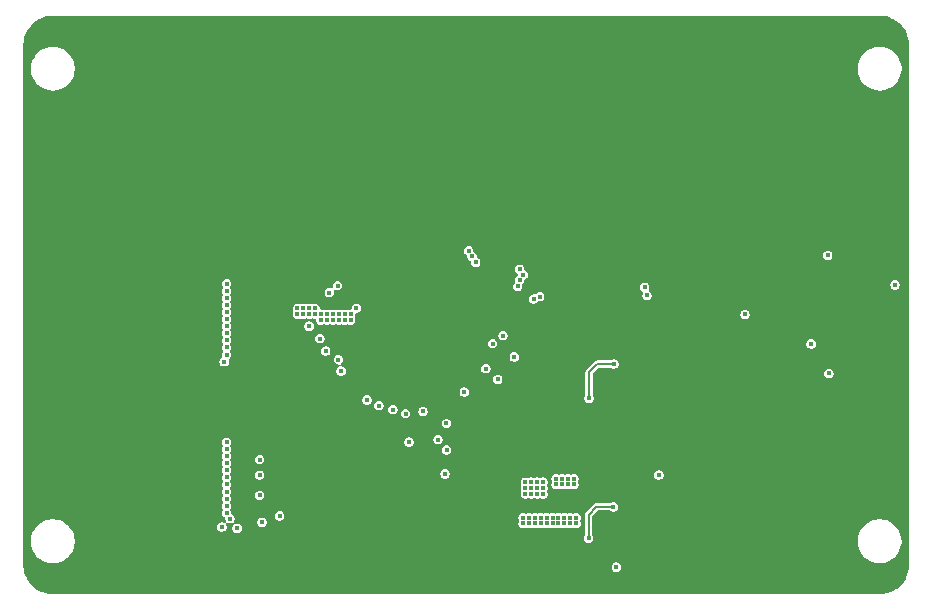
<source format=gbr>
%TF.GenerationSoftware,KiCad,Pcbnew,9.0.7*%
%TF.CreationDate,2026-02-19T01:58:27-08:00*%
%TF.ProjectId,matrix-driver,6d617472-6978-42d6-9472-697665722e6b,rev?*%
%TF.SameCoordinates,Original*%
%TF.FileFunction,Copper,L4,Bot*%
%TF.FilePolarity,Positive*%
%FSLAX46Y46*%
G04 Gerber Fmt 4.6, Leading zero omitted, Abs format (unit mm)*
G04 Created by KiCad (PCBNEW 9.0.7) date 2026-02-19 01:58:27*
%MOMM*%
%LPD*%
G01*
G04 APERTURE LIST*
%TA.AperFunction,ViaPad*%
%ADD10C,0.400000*%
%TD*%
%TA.AperFunction,Conductor*%
%ADD11C,0.200000*%
%TD*%
G04 APERTURE END LIST*
D10*
%TO.N,GND*%
X153500000Y-138100000D03*
X151200000Y-119700000D03*
X151200000Y-119200000D03*
X146800000Y-114900000D03*
X150751005Y-129266734D03*
X151300000Y-129300000D03*
X124300000Y-124800000D03*
X124300000Y-124300000D03*
%TO.N,/2V8_EN*%
X147700000Y-140200000D03*
X171300000Y-116300000D03*
%TO.N,/3V8_EN*%
X165600000Y-113800000D03*
%TO.N,GND*%
X164900000Y-125200000D03*
X165900000Y-125200000D03*
X165400000Y-125200000D03*
X166400000Y-125200000D03*
X167400000Y-125200000D03*
X170400000Y-127400000D03*
X170900000Y-127400000D03*
X169400000Y-125200000D03*
X166900000Y-125200000D03*
X168900000Y-125200000D03*
X168400000Y-125200000D03*
X169900000Y-125200000D03*
X167900000Y-127400000D03*
X168400000Y-127400000D03*
X168900000Y-127400000D03*
X165900000Y-127400000D03*
X169400000Y-127400000D03*
X166400000Y-127400000D03*
X169900000Y-127400000D03*
X167400000Y-127400000D03*
X166900000Y-127400000D03*
X170900000Y-125200000D03*
X170400000Y-125200000D03*
X167900000Y-125200000D03*
X164700000Y-127700000D03*
X165200000Y-127700000D03*
X162200000Y-127700000D03*
X162700000Y-127700000D03*
X159700000Y-127700000D03*
X163200000Y-127700000D03*
X160200000Y-127700000D03*
X163700000Y-127700000D03*
X160700000Y-127700000D03*
X164200000Y-127700000D03*
X161700000Y-127700000D03*
X161200000Y-127700000D03*
X159200000Y-127700000D03*
X164700000Y-129900000D03*
X165200000Y-129900000D03*
X164200000Y-129900000D03*
X162200000Y-129900000D03*
X162700000Y-129900000D03*
X163200000Y-129900000D03*
X163700000Y-129900000D03*
X161700000Y-129900000D03*
X161200000Y-129900000D03*
X160700000Y-129900000D03*
X160200000Y-129900000D03*
X159700000Y-129900000D03*
X159200000Y-129900000D03*
X154100000Y-137200000D03*
X154600000Y-137200000D03*
X153100000Y-137200000D03*
X153600000Y-137200000D03*
X152100000Y-137200000D03*
X152600000Y-137200000D03*
X151600000Y-137200000D03*
X152900000Y-125300000D03*
X153400000Y-125300000D03*
X153900000Y-125300000D03*
X154400000Y-125300000D03*
X152400000Y-125300000D03*
X151900000Y-125300000D03*
X151400000Y-125300000D03*
X150900000Y-125300000D03*
X150500000Y-124500000D03*
X150400000Y-136500000D03*
X149900000Y-136500000D03*
X149400000Y-136500000D03*
X148900000Y-136500000D03*
X148400000Y-136500000D03*
X145900000Y-137000000D03*
X145900000Y-136500000D03*
X145900000Y-136000000D03*
X146400000Y-136000000D03*
X146400000Y-137000000D03*
X146400000Y-136500000D03*
X146900000Y-136500000D03*
X147400000Y-136500000D03*
X147900000Y-136500000D03*
X148800000Y-138300000D03*
%TO.N,/3V8_EN*%
X151300000Y-132400000D03*
%TO.N,GND*%
X112700000Y-123400000D03*
X112700000Y-137400000D03*
%TO.N,+3V3*%
X114300000Y-136800000D03*
X114500000Y-122811000D03*
X150300000Y-117200000D03*
X150100000Y-116500000D03*
%TO.N,+2V8*%
X144300000Y-136000000D03*
X144300000Y-136500000D03*
X139800000Y-136000000D03*
X139800000Y-136500000D03*
X143800000Y-136500000D03*
X142300000Y-136500000D03*
X142800000Y-136500000D03*
X143300000Y-136500000D03*
X142300000Y-136000000D03*
X143300000Y-136000000D03*
X142800000Y-136000000D03*
X143800000Y-136000000D03*
X141800000Y-136500000D03*
X140300000Y-136500000D03*
X140800000Y-136500000D03*
X141300000Y-136500000D03*
X140300000Y-136000000D03*
X141300000Y-136000000D03*
X140800000Y-136000000D03*
X141800000Y-136000000D03*
X123200000Y-118800000D03*
X123700000Y-119300000D03*
X122700000Y-119300000D03*
X123200000Y-119300000D03*
X122700000Y-118800000D03*
X124200000Y-118800000D03*
X123700000Y-118800000D03*
X124200000Y-119300000D03*
%TO.N,+3V3*%
X125700000Y-118260000D03*
%TO.N,GND*%
X127400000Y-118200000D03*
%TO.N,+2V8*%
X120700000Y-118300000D03*
X120700000Y-118800000D03*
X121200000Y-118800000D03*
X121200000Y-118300000D03*
X121700000Y-118300000D03*
X121700000Y-118800000D03*
X122200000Y-118300000D03*
X122200000Y-118800000D03*
X124700000Y-118800000D03*
X124700000Y-119300000D03*
X125200000Y-118800000D03*
X125200000Y-119300000D03*
X140000000Y-133000000D03*
X140000000Y-134000000D03*
X141500000Y-134000000D03*
X140500000Y-134000000D03*
X141000000Y-134000000D03*
X141000000Y-133500000D03*
X140500000Y-133500000D03*
X141500000Y-133500000D03*
X140000000Y-133500000D03*
X140500000Y-133000000D03*
X141500000Y-133000000D03*
X141000000Y-133000000D03*
X144100000Y-133200000D03*
X143600000Y-133200000D03*
X143100000Y-133200000D03*
X142600000Y-133200000D03*
X142600000Y-132700000D03*
X143100000Y-132700000D03*
X143600000Y-132700000D03*
X144100000Y-132700000D03*
%TO.N,/R15*%
X139516954Y-114980000D03*
%TO.N,/SOUT*%
X135800000Y-114400000D03*
X165700000Y-123800000D03*
%TO.N,/SIN*%
X164200000Y-121300000D03*
X135500000Y-113900000D03*
%TO.N,/SCLK*%
X158600000Y-118800000D03*
X135200000Y-113410000D03*
%TO.N,GND*%
X151237500Y-115000000D03*
%TO.N,Net-(U3-SW)*%
X147450000Y-135100000D03*
X145350000Y-137750000D03*
%TO.N,GND*%
X145890200Y-125000000D03*
X145890200Y-124500000D03*
X145890200Y-124000000D03*
X146390200Y-125000000D03*
X146390200Y-124500000D03*
X146390200Y-124000000D03*
X149990200Y-124500000D03*
X149490200Y-124500000D03*
X148990200Y-124500000D03*
X148490200Y-124500000D03*
X147990200Y-124500000D03*
X147490200Y-124500000D03*
X146990200Y-124500000D03*
%TO.N,Net-(U1-SW)*%
X147490200Y-123000000D03*
X145390200Y-125900000D03*
%TO.N,GND*%
X129200000Y-116700000D03*
X131900000Y-122100000D03*
X129200000Y-121200000D03*
X131000000Y-121200000D03*
X133700000Y-118500000D03*
X132800000Y-120300000D03*
X132800000Y-117600000D03*
X130100000Y-116700000D03*
X132800000Y-121200000D03*
X131000000Y-117600000D03*
X133700000Y-122100000D03*
X133700000Y-117600000D03*
X128300000Y-117600000D03*
X131900000Y-116700000D03*
X128300000Y-116700000D03*
X128300000Y-120300000D03*
X129200000Y-120300000D03*
X132800000Y-118500000D03*
X131900000Y-117600000D03*
X131000000Y-120300000D03*
X132800000Y-116700000D03*
X133700000Y-119400000D03*
X131900000Y-118500000D03*
X133700000Y-116700000D03*
X129200000Y-119400000D03*
X128300000Y-119400000D03*
X130100000Y-121200000D03*
X130100000Y-119400000D03*
X129200000Y-117600000D03*
X130100000Y-118500000D03*
X133700000Y-120300000D03*
X129200000Y-118500000D03*
X131900000Y-119400000D03*
X131900000Y-121200000D03*
X128300000Y-121200000D03*
X132800000Y-122100000D03*
X133700000Y-121200000D03*
X131000000Y-118500000D03*
X130100000Y-117600000D03*
X132800000Y-119400000D03*
X131000000Y-122100000D03*
X128300000Y-118500000D03*
X129200000Y-122100000D03*
X130100000Y-120300000D03*
X131000000Y-119400000D03*
X131900000Y-120300000D03*
X128300000Y-122100000D03*
X131000000Y-116700000D03*
X130100000Y-122100000D03*
%TO.N,/G1*%
X114708200Y-116800000D03*
X123398754Y-116961246D03*
%TO.N,/R2*%
X114708200Y-117400000D03*
X121700000Y-119800000D03*
%TO.N,/G5*%
X126600000Y-126040000D03*
X114708200Y-120400000D03*
%TO.N,/G3*%
X123100000Y-121900000D03*
X114708200Y-118600000D03*
%TO.N,/B0*%
X124100000Y-116360000D03*
X114708200Y-116200000D03*
%TO.N,/R4*%
X114708200Y-119200000D03*
X124169464Y-122630536D03*
%TO.N,/G7*%
X114708200Y-122200000D03*
X129854730Y-127194730D03*
%TO.N,/B6*%
X114708200Y-121600000D03*
X128785230Y-126864230D03*
%TO.N,/B2*%
X122600000Y-120860000D03*
X114708200Y-118000000D03*
%TO.N,/B4*%
X124400000Y-123600000D03*
X114708200Y-119800000D03*
%TO.N,/R6*%
X127600000Y-126518000D03*
X114708200Y-121000000D03*
%TO.N,/B10*%
X114700000Y-132000000D03*
X133326516Y-130273484D03*
%TO.N,/R10*%
X114700000Y-131400000D03*
X134825270Y-125374730D03*
%TO.N,/G13*%
X114700000Y-134400000D03*
X138100000Y-120600000D03*
%TO.N,/B12*%
X114700000Y-133800000D03*
X137660000Y-124300000D03*
%TO.N,/G14*%
X141219949Y-117292020D03*
X119200000Y-135860000D03*
%TO.N,/R14*%
X114700000Y-135000000D03*
X139350000Y-116440000D03*
%TO.N,/R15*%
X115000000Y-136100000D03*
%TO.N,/G15*%
X115600000Y-136900000D03*
X139838980Y-115440000D03*
%TO.N,/R12*%
X137225270Y-121274730D03*
X114700000Y-133200000D03*
%TO.N,/G11*%
X133200270Y-132300270D03*
X114700000Y-132600000D03*
%TO.N,/R13*%
X117500000Y-134121000D03*
X139060000Y-122400000D03*
%TO.N,/B8*%
X114700000Y-130200000D03*
X131340002Y-127009835D03*
%TO.N,/G9*%
X133318000Y-128030047D03*
X114700000Y-130800000D03*
%TO.N,/R8*%
X114700000Y-129600000D03*
X130150540Y-129600000D03*
%TO.N,/B9*%
X117500000Y-131100000D03*
X132600000Y-129400000D03*
%TO.N,/B14*%
X140700000Y-117500000D03*
X114700000Y-135600000D03*
%TO.N,/B15*%
X117700000Y-136400000D03*
X139511081Y-115900000D03*
%TO.N,/R11*%
X136660000Y-123400000D03*
X117500000Y-132400000D03*
%TO.N,GND*%
X151100000Y-137200000D03*
%TD*%
D11*
%TO.N,Net-(U3-SW)*%
X145350000Y-135750000D02*
X146000000Y-135100000D01*
X146000000Y-135100000D02*
X147450000Y-135100000D01*
X145350000Y-137750000D02*
X145350000Y-135750000D01*
%TO.N,Net-(U1-SW)*%
X145390200Y-123700000D02*
X146090200Y-123000000D01*
X146090200Y-123000000D02*
X147490200Y-123000000D01*
X145390200Y-125900000D02*
X145390200Y-123700000D01*
%TD*%
%TA.AperFunction,Conductor*%
%TO.N,GND*%
G36*
X169934108Y-93500500D02*
G01*
X169996250Y-93500500D01*
X170003736Y-93500726D01*
X170293796Y-93518271D01*
X170308657Y-93520075D01*
X170590798Y-93571780D01*
X170605335Y-93575363D01*
X170879172Y-93660695D01*
X170893163Y-93666000D01*
X171154743Y-93783727D01*
X171167989Y-93790680D01*
X171413465Y-93939075D01*
X171425776Y-93947573D01*
X171651573Y-94124473D01*
X171662781Y-94134403D01*
X171865596Y-94337218D01*
X171875525Y-94348425D01*
X171995481Y-94501538D01*
X172052422Y-94574217D01*
X172060928Y-94586540D01*
X172209316Y-94832004D01*
X172216275Y-94845263D01*
X172333997Y-95106831D01*
X172339306Y-95120832D01*
X172424635Y-95394663D01*
X172428219Y-95409201D01*
X172479923Y-95691340D01*
X172481728Y-95706205D01*
X172499274Y-95996262D01*
X172499500Y-96003749D01*
X172499501Y-139934108D01*
X172499501Y-139996249D01*
X172499275Y-140003736D01*
X172481729Y-140293794D01*
X172479924Y-140308659D01*
X172428220Y-140590798D01*
X172424636Y-140605336D01*
X172339307Y-140879167D01*
X172333998Y-140893168D01*
X172216276Y-141154736D01*
X172209317Y-141167995D01*
X172060929Y-141413459D01*
X172052423Y-141425782D01*
X171875527Y-141651573D01*
X171865597Y-141662781D01*
X171662782Y-141865596D01*
X171651574Y-141875526D01*
X171425783Y-142052423D01*
X171413460Y-142060929D01*
X171167996Y-142209317D01*
X171154737Y-142216276D01*
X170893169Y-142333998D01*
X170879168Y-142339307D01*
X170605336Y-142424636D01*
X170590798Y-142428220D01*
X170308660Y-142479924D01*
X170293795Y-142481729D01*
X170003754Y-142499274D01*
X169996267Y-142499500D01*
X100003750Y-142499500D01*
X99996263Y-142499274D01*
X99706204Y-142481728D01*
X99691339Y-142479923D01*
X99409201Y-142428219D01*
X99394663Y-142424635D01*
X99120824Y-142339304D01*
X99106826Y-142333995D01*
X98954095Y-142265256D01*
X98845268Y-142216277D01*
X98832010Y-142209319D01*
X98643965Y-142095642D01*
X98586537Y-142060926D01*
X98574220Y-142052424D01*
X98348426Y-141875525D01*
X98337218Y-141865595D01*
X98134403Y-141662781D01*
X98124473Y-141651573D01*
X97947573Y-141425776D01*
X97939071Y-141413458D01*
X97790680Y-141167987D01*
X97783722Y-141154730D01*
X97666000Y-140893163D01*
X97660698Y-140879182D01*
X97575363Y-140605334D01*
X97571780Y-140590797D01*
X97520075Y-140308657D01*
X97518271Y-140293794D01*
X97509408Y-140147273D01*
X147299500Y-140147273D01*
X147299500Y-140252727D01*
X147326793Y-140354587D01*
X147379520Y-140445913D01*
X147454087Y-140520480D01*
X147545413Y-140573207D01*
X147647273Y-140600500D01*
X147647275Y-140600500D01*
X147752725Y-140600500D01*
X147752727Y-140600500D01*
X147854587Y-140573207D01*
X147945913Y-140520480D01*
X148020480Y-140445913D01*
X148073207Y-140354587D01*
X148100500Y-140252727D01*
X148100500Y-140147273D01*
X148073207Y-140045413D01*
X148020480Y-139954087D01*
X147945913Y-139879520D01*
X147854587Y-139826793D01*
X147752727Y-139799500D01*
X147647273Y-139799500D01*
X147545413Y-139826793D01*
X147545410Y-139826794D01*
X147454085Y-139879521D01*
X147379521Y-139954085D01*
X147326794Y-140045410D01*
X147326793Y-140045413D01*
X147299500Y-140147273D01*
X97509408Y-140147273D01*
X97509369Y-140146633D01*
X97500723Y-140003718D01*
X97500499Y-139996298D01*
X97500499Y-137878711D01*
X98149500Y-137878711D01*
X98149500Y-138121288D01*
X98181161Y-138361785D01*
X98243947Y-138596104D01*
X98336773Y-138820205D01*
X98336776Y-138820212D01*
X98458064Y-139030289D01*
X98458066Y-139030292D01*
X98458067Y-139030293D01*
X98605733Y-139222736D01*
X98605739Y-139222743D01*
X98777256Y-139394260D01*
X98777262Y-139394265D01*
X98969711Y-139541936D01*
X99179788Y-139663224D01*
X99403900Y-139756054D01*
X99638211Y-139818838D01*
X99818586Y-139842584D01*
X99878711Y-139850500D01*
X99878712Y-139850500D01*
X100121289Y-139850500D01*
X100169388Y-139844167D01*
X100361789Y-139818838D01*
X100596100Y-139756054D01*
X100820212Y-139663224D01*
X101030289Y-139541936D01*
X101222738Y-139394265D01*
X101394265Y-139222738D01*
X101541936Y-139030289D01*
X101663224Y-138820212D01*
X101756054Y-138596100D01*
X101818838Y-138361789D01*
X101850500Y-138121288D01*
X101850500Y-137878712D01*
X101826614Y-137697273D01*
X144949500Y-137697273D01*
X144949500Y-137802727D01*
X144976793Y-137904587D01*
X145029520Y-137995913D01*
X145104087Y-138070480D01*
X145195413Y-138123207D01*
X145297273Y-138150500D01*
X145297275Y-138150500D01*
X145402725Y-138150500D01*
X145402727Y-138150500D01*
X145504587Y-138123207D01*
X145595913Y-138070480D01*
X145670480Y-137995913D01*
X145723207Y-137904587D01*
X145730140Y-137878711D01*
X168149500Y-137878711D01*
X168149500Y-138121288D01*
X168181161Y-138361785D01*
X168243947Y-138596104D01*
X168336773Y-138820205D01*
X168336776Y-138820212D01*
X168458064Y-139030289D01*
X168458066Y-139030292D01*
X168458067Y-139030293D01*
X168605733Y-139222736D01*
X168605739Y-139222743D01*
X168777256Y-139394260D01*
X168777262Y-139394265D01*
X168969711Y-139541936D01*
X169179788Y-139663224D01*
X169403900Y-139756054D01*
X169638211Y-139818838D01*
X169818586Y-139842584D01*
X169878711Y-139850500D01*
X169878712Y-139850500D01*
X170121289Y-139850500D01*
X170169388Y-139844167D01*
X170361789Y-139818838D01*
X170596100Y-139756054D01*
X170820212Y-139663224D01*
X171030289Y-139541936D01*
X171222738Y-139394265D01*
X171394265Y-139222738D01*
X171541936Y-139030289D01*
X171663224Y-138820212D01*
X171756054Y-138596100D01*
X171818838Y-138361789D01*
X171850500Y-138121288D01*
X171850500Y-137878712D01*
X171845740Y-137842559D01*
X171826614Y-137697275D01*
X171818838Y-137638211D01*
X171756054Y-137403900D01*
X171663224Y-137179788D01*
X171541936Y-136969711D01*
X171467885Y-136873206D01*
X171394266Y-136777263D01*
X171394260Y-136777256D01*
X171222743Y-136605739D01*
X171222736Y-136605733D01*
X171030293Y-136458067D01*
X171030292Y-136458066D01*
X171030289Y-136458064D01*
X170835167Y-136345410D01*
X170820214Y-136336777D01*
X170820205Y-136336773D01*
X170596104Y-136243947D01*
X170478944Y-136212554D01*
X170361789Y-136181162D01*
X170361788Y-136181161D01*
X170361785Y-136181161D01*
X170121289Y-136149500D01*
X170121288Y-136149500D01*
X169878712Y-136149500D01*
X169878711Y-136149500D01*
X169638214Y-136181161D01*
X169403895Y-136243947D01*
X169179794Y-136336773D01*
X169179785Y-136336777D01*
X169019457Y-136429343D01*
X168978959Y-136452725D01*
X168969706Y-136458067D01*
X168777263Y-136605733D01*
X168777256Y-136605739D01*
X168605739Y-136777256D01*
X168605733Y-136777263D01*
X168458067Y-136969706D01*
X168336777Y-137179785D01*
X168336773Y-137179794D01*
X168243947Y-137403895D01*
X168181161Y-137638214D01*
X168149500Y-137878711D01*
X145730140Y-137878711D01*
X145750500Y-137802727D01*
X145750500Y-137697273D01*
X145723207Y-137595413D01*
X145670480Y-137504087D01*
X145670478Y-137504085D01*
X145667113Y-137498256D01*
X145650500Y-137436256D01*
X145650500Y-135925833D01*
X145670185Y-135858794D01*
X145686819Y-135838152D01*
X146088152Y-135436819D01*
X146149475Y-135403334D01*
X146175833Y-135400500D01*
X147136256Y-135400500D01*
X147198256Y-135417113D01*
X147204085Y-135420478D01*
X147204087Y-135420480D01*
X147295413Y-135473207D01*
X147397273Y-135500500D01*
X147397275Y-135500500D01*
X147502725Y-135500500D01*
X147502727Y-135500500D01*
X147604587Y-135473207D01*
X147695913Y-135420480D01*
X147770480Y-135345913D01*
X147823207Y-135254587D01*
X147850500Y-135152727D01*
X147850500Y-135047273D01*
X147823207Y-134945413D01*
X147770480Y-134854087D01*
X147695913Y-134779520D01*
X147604587Y-134726793D01*
X147502727Y-134699500D01*
X147397273Y-134699500D01*
X147295413Y-134726793D01*
X147295410Y-134726794D01*
X147248138Y-134754087D01*
X147204087Y-134779520D01*
X147204086Y-134779520D01*
X147198256Y-134782887D01*
X147136256Y-134799500D01*
X145960438Y-134799500D01*
X145922224Y-134809739D01*
X145884009Y-134819979D01*
X145854642Y-134836935D01*
X145839958Y-134845413D01*
X145832687Y-134849610D01*
X145815489Y-134859539D01*
X145109541Y-135565487D01*
X145109535Y-135565495D01*
X145069982Y-135634004D01*
X145069979Y-135634009D01*
X145056326Y-135684962D01*
X145050847Y-135705413D01*
X145049500Y-135710439D01*
X145049500Y-137436256D01*
X145032887Y-137498256D01*
X144976794Y-137595410D01*
X144976793Y-137595413D01*
X144949500Y-137697273D01*
X101826614Y-137697273D01*
X101818838Y-137638211D01*
X101756054Y-137403900D01*
X101663224Y-137179788D01*
X101541936Y-136969711D01*
X101394265Y-136777262D01*
X101394260Y-136777256D01*
X101364277Y-136747273D01*
X113899500Y-136747273D01*
X113899500Y-136852727D01*
X113926793Y-136954587D01*
X113979520Y-137045913D01*
X114054087Y-137120480D01*
X114145413Y-137173207D01*
X114247273Y-137200500D01*
X114247275Y-137200500D01*
X114352725Y-137200500D01*
X114352727Y-137200500D01*
X114454587Y-137173207D01*
X114545913Y-137120480D01*
X114620480Y-137045913D01*
X114673207Y-136954587D01*
X114700500Y-136852727D01*
X114700500Y-136747273D01*
X114673207Y-136645413D01*
X114669355Y-136638742D01*
X114652883Y-136570844D01*
X114675735Y-136504817D01*
X114730656Y-136461626D01*
X114800209Y-136454984D01*
X114838740Y-136469354D01*
X114845413Y-136473207D01*
X114947273Y-136500500D01*
X114947275Y-136500500D01*
X115052724Y-136500500D01*
X115052727Y-136500500D01*
X115136769Y-136477981D01*
X115206616Y-136479644D01*
X115264479Y-136518806D01*
X115291983Y-136583035D01*
X115280397Y-136651937D01*
X115276247Y-136659756D01*
X115226794Y-136745410D01*
X115226793Y-136745413D01*
X115199500Y-136847273D01*
X115199500Y-136952727D01*
X115226793Y-137054587D01*
X115279520Y-137145913D01*
X115354087Y-137220480D01*
X115445413Y-137273207D01*
X115547273Y-137300500D01*
X115547275Y-137300500D01*
X115652725Y-137300500D01*
X115652727Y-137300500D01*
X115754587Y-137273207D01*
X115845913Y-137220480D01*
X115920480Y-137145913D01*
X115973207Y-137054587D01*
X116000500Y-136952727D01*
X116000500Y-136847273D01*
X115973207Y-136745413D01*
X115920480Y-136654087D01*
X115845913Y-136579520D01*
X115754587Y-136526793D01*
X115652727Y-136499500D01*
X115547273Y-136499500D01*
X115547271Y-136499500D01*
X115463231Y-136522018D01*
X115441092Y-136521490D01*
X115419351Y-136525681D01*
X115406848Y-136520675D01*
X115393381Y-136520355D01*
X115375042Y-136507942D01*
X115354486Y-136499713D01*
X115346672Y-136488740D01*
X115335519Y-136481191D01*
X115326803Y-136460837D01*
X115313958Y-136442798D01*
X115313317Y-136429343D01*
X115308016Y-136416963D01*
X115311688Y-136395126D01*
X115310635Y-136373008D01*
X115318864Y-136352452D01*
X115319603Y-136348061D01*
X115320021Y-136347273D01*
X117299500Y-136347273D01*
X117299500Y-136452727D01*
X117326793Y-136554587D01*
X117379520Y-136645913D01*
X117454087Y-136720480D01*
X117545413Y-136773207D01*
X117647273Y-136800500D01*
X117647275Y-136800500D01*
X117752725Y-136800500D01*
X117752727Y-136800500D01*
X117854587Y-136773207D01*
X117945913Y-136720480D01*
X118020480Y-136645913D01*
X118073207Y-136554587D01*
X118100500Y-136452727D01*
X118100500Y-136347273D01*
X118073207Y-136245413D01*
X118020480Y-136154087D01*
X117945913Y-136079520D01*
X117854587Y-136026793D01*
X117752727Y-135999500D01*
X117647273Y-135999500D01*
X117545413Y-136026793D01*
X117545410Y-136026794D01*
X117454085Y-136079521D01*
X117379521Y-136154085D01*
X117326794Y-136245410D01*
X117326793Y-136245413D01*
X117299500Y-136347273D01*
X115320021Y-136347273D01*
X115323739Y-136340266D01*
X115373207Y-136254587D01*
X115400500Y-136152727D01*
X115400500Y-136047273D01*
X115373207Y-135945413D01*
X115320480Y-135854087D01*
X115273666Y-135807273D01*
X118799500Y-135807273D01*
X118799500Y-135912727D01*
X118826793Y-136014587D01*
X118879520Y-136105913D01*
X118954087Y-136180480D01*
X119045413Y-136233207D01*
X119147273Y-136260500D01*
X119147275Y-136260500D01*
X119252725Y-136260500D01*
X119252727Y-136260500D01*
X119354587Y-136233207D01*
X119445913Y-136180480D01*
X119520480Y-136105913D01*
X119573207Y-136014587D01*
X119591244Y-135947273D01*
X139399500Y-135947273D01*
X139399500Y-136052727D01*
X139426659Y-136154085D01*
X139426793Y-136154586D01*
X139426794Y-136154589D01*
X139446084Y-136188000D01*
X139462557Y-136255900D01*
X139446084Y-136312000D01*
X139426794Y-136345410D01*
X139426793Y-136345413D01*
X139399500Y-136447273D01*
X139399500Y-136552727D01*
X139426793Y-136654587D01*
X139479520Y-136745913D01*
X139554087Y-136820480D01*
X139645413Y-136873207D01*
X139747273Y-136900500D01*
X139747275Y-136900500D01*
X139852725Y-136900500D01*
X139852727Y-136900500D01*
X139954587Y-136873207D01*
X139988001Y-136853915D01*
X140055898Y-136837442D01*
X140111997Y-136853914D01*
X140145413Y-136873207D01*
X140247273Y-136900500D01*
X140247275Y-136900500D01*
X140352725Y-136900500D01*
X140352727Y-136900500D01*
X140454587Y-136873207D01*
X140488001Y-136853915D01*
X140555898Y-136837442D01*
X140611997Y-136853914D01*
X140645413Y-136873207D01*
X140747273Y-136900500D01*
X140747275Y-136900500D01*
X140852725Y-136900500D01*
X140852727Y-136900500D01*
X140954587Y-136873207D01*
X140988001Y-136853915D01*
X141055898Y-136837442D01*
X141111997Y-136853914D01*
X141145413Y-136873207D01*
X141247273Y-136900500D01*
X141247275Y-136900500D01*
X141352725Y-136900500D01*
X141352727Y-136900500D01*
X141454587Y-136873207D01*
X141488001Y-136853915D01*
X141555898Y-136837442D01*
X141611997Y-136853914D01*
X141645413Y-136873207D01*
X141747273Y-136900500D01*
X141747275Y-136900500D01*
X141852725Y-136900500D01*
X141852727Y-136900500D01*
X141954587Y-136873207D01*
X141988001Y-136853915D01*
X142055898Y-136837442D01*
X142111997Y-136853914D01*
X142145413Y-136873207D01*
X142247273Y-136900500D01*
X142247275Y-136900500D01*
X142352725Y-136900500D01*
X142352727Y-136900500D01*
X142454587Y-136873207D01*
X142488001Y-136853915D01*
X142555898Y-136837442D01*
X142611997Y-136853914D01*
X142645413Y-136873207D01*
X142747273Y-136900500D01*
X142747275Y-136900500D01*
X142852725Y-136900500D01*
X142852727Y-136900500D01*
X142954587Y-136873207D01*
X142988001Y-136853915D01*
X143055898Y-136837442D01*
X143111997Y-136853914D01*
X143145413Y-136873207D01*
X143247273Y-136900500D01*
X143247275Y-136900500D01*
X143352725Y-136900500D01*
X143352727Y-136900500D01*
X143454587Y-136873207D01*
X143488001Y-136853915D01*
X143555898Y-136837442D01*
X143611997Y-136853914D01*
X143645413Y-136873207D01*
X143747273Y-136900500D01*
X143747275Y-136900500D01*
X143852725Y-136900500D01*
X143852727Y-136900500D01*
X143954587Y-136873207D01*
X143988001Y-136853915D01*
X144055898Y-136837442D01*
X144111997Y-136853914D01*
X144145413Y-136873207D01*
X144247273Y-136900500D01*
X144247275Y-136900500D01*
X144352725Y-136900500D01*
X144352727Y-136900500D01*
X144454587Y-136873207D01*
X144545913Y-136820480D01*
X144620480Y-136745913D01*
X144673207Y-136654587D01*
X144700500Y-136552727D01*
X144700500Y-136447273D01*
X144673207Y-136345413D01*
X144653915Y-136311998D01*
X144637442Y-136244102D01*
X144653914Y-136188002D01*
X144673207Y-136154587D01*
X144700500Y-136052727D01*
X144700500Y-135947273D01*
X144673207Y-135845413D01*
X144620480Y-135754087D01*
X144545913Y-135679520D01*
X144454587Y-135626793D01*
X144352727Y-135599500D01*
X144247273Y-135599500D01*
X144145413Y-135626793D01*
X144145410Y-135626794D01*
X144112000Y-135646084D01*
X144044100Y-135662557D01*
X143988000Y-135646084D01*
X143954589Y-135626794D01*
X143954588Y-135626793D01*
X143954587Y-135626793D01*
X143852727Y-135599500D01*
X143747273Y-135599500D01*
X143645413Y-135626793D01*
X143645410Y-135626794D01*
X143612000Y-135646084D01*
X143544100Y-135662557D01*
X143488000Y-135646084D01*
X143454589Y-135626794D01*
X143454588Y-135626793D01*
X143454587Y-135626793D01*
X143352727Y-135599500D01*
X143247273Y-135599500D01*
X143145413Y-135626793D01*
X143145410Y-135626794D01*
X143112000Y-135646084D01*
X143044100Y-135662557D01*
X142988000Y-135646084D01*
X142954589Y-135626794D01*
X142954588Y-135626793D01*
X142954587Y-135626793D01*
X142852727Y-135599500D01*
X142747273Y-135599500D01*
X142645413Y-135626793D01*
X142645410Y-135626794D01*
X142612000Y-135646084D01*
X142544100Y-135662557D01*
X142488000Y-135646084D01*
X142454589Y-135626794D01*
X142454588Y-135626793D01*
X142454587Y-135626793D01*
X142352727Y-135599500D01*
X142247273Y-135599500D01*
X142145413Y-135626793D01*
X142145410Y-135626794D01*
X142112000Y-135646084D01*
X142044100Y-135662557D01*
X141988000Y-135646084D01*
X141954589Y-135626794D01*
X141954588Y-135626793D01*
X141954587Y-135626793D01*
X141852727Y-135599500D01*
X141747273Y-135599500D01*
X141645413Y-135626793D01*
X141645410Y-135626794D01*
X141612000Y-135646084D01*
X141544100Y-135662557D01*
X141488000Y-135646084D01*
X141454589Y-135626794D01*
X141454588Y-135626793D01*
X141454587Y-135626793D01*
X141352727Y-135599500D01*
X141247273Y-135599500D01*
X141145413Y-135626793D01*
X141145410Y-135626794D01*
X141112000Y-135646084D01*
X141044100Y-135662557D01*
X140988000Y-135646084D01*
X140954589Y-135626794D01*
X140954588Y-135626793D01*
X140954587Y-135626793D01*
X140852727Y-135599500D01*
X140747273Y-135599500D01*
X140645413Y-135626793D01*
X140645410Y-135626794D01*
X140612000Y-135646084D01*
X140544100Y-135662557D01*
X140488000Y-135646084D01*
X140454589Y-135626794D01*
X140454588Y-135626793D01*
X140454587Y-135626793D01*
X140352727Y-135599500D01*
X140247273Y-135599500D01*
X140145413Y-135626793D01*
X140145410Y-135626794D01*
X140112000Y-135646084D01*
X140044100Y-135662557D01*
X139988000Y-135646084D01*
X139954589Y-135626794D01*
X139954588Y-135626793D01*
X139954587Y-135626793D01*
X139852727Y-135599500D01*
X139747273Y-135599500D01*
X139645413Y-135626793D01*
X139645410Y-135626794D01*
X139554085Y-135679521D01*
X139479521Y-135754085D01*
X139426794Y-135845410D01*
X139426793Y-135845413D01*
X139399500Y-135947273D01*
X119591244Y-135947273D01*
X119600500Y-135912727D01*
X119600500Y-135807273D01*
X119573207Y-135705413D01*
X119520480Y-135614087D01*
X119445913Y-135539520D01*
X119354587Y-135486793D01*
X119252727Y-135459500D01*
X119147273Y-135459500D01*
X119045413Y-135486793D01*
X119045410Y-135486794D01*
X118954085Y-135539521D01*
X118879521Y-135614085D01*
X118826794Y-135705410D01*
X118826793Y-135705413D01*
X118799500Y-135807273D01*
X115273666Y-135807273D01*
X115245913Y-135779520D01*
X115162498Y-135731360D01*
X115114284Y-135680793D01*
X115100500Y-135623974D01*
X115100500Y-135547275D01*
X115100500Y-135547273D01*
X115073207Y-135445413D01*
X115025047Y-135361998D01*
X115008575Y-135294100D01*
X115025047Y-135238001D01*
X115073207Y-135154587D01*
X115100500Y-135052727D01*
X115100500Y-134947273D01*
X115073207Y-134845413D01*
X115025047Y-134761998D01*
X115008575Y-134694100D01*
X115025047Y-134638001D01*
X115073207Y-134554587D01*
X115100500Y-134452727D01*
X115100500Y-134347273D01*
X115073207Y-134245413D01*
X115025047Y-134161998D01*
X115022217Y-134150333D01*
X115015255Y-134140556D01*
X115014133Y-134117012D01*
X115008575Y-134094100D01*
X115012418Y-134081009D01*
X115011931Y-134070765D01*
X115012929Y-134068273D01*
X117099500Y-134068273D01*
X117099500Y-134173727D01*
X117126793Y-134275587D01*
X117179520Y-134366913D01*
X117254087Y-134441480D01*
X117345413Y-134494207D01*
X117447273Y-134521500D01*
X117447275Y-134521500D01*
X117552725Y-134521500D01*
X117552727Y-134521500D01*
X117654587Y-134494207D01*
X117745913Y-134441480D01*
X117820480Y-134366913D01*
X117873207Y-134275587D01*
X117900500Y-134173727D01*
X117900500Y-134068273D01*
X117873207Y-133966413D01*
X117820480Y-133875087D01*
X117745913Y-133800520D01*
X117654587Y-133747793D01*
X117552727Y-133720500D01*
X117447273Y-133720500D01*
X117345413Y-133747793D01*
X117345410Y-133747794D01*
X117254085Y-133800521D01*
X117179521Y-133875085D01*
X117126794Y-133966410D01*
X117126793Y-133966413D01*
X117099500Y-134068273D01*
X115012929Y-134068273D01*
X115025045Y-134038005D01*
X115073207Y-133954587D01*
X115100500Y-133852727D01*
X115100500Y-133747273D01*
X115073207Y-133645413D01*
X115025047Y-133561998D01*
X115008575Y-133494100D01*
X115025047Y-133438001D01*
X115073207Y-133354587D01*
X115100500Y-133252727D01*
X115100500Y-133147273D01*
X115073207Y-133045413D01*
X115025047Y-132961998D01*
X115021475Y-132947273D01*
X139599500Y-132947273D01*
X139599500Y-133052727D01*
X139624834Y-133147273D01*
X139626793Y-133154586D01*
X139626794Y-133154589D01*
X139646084Y-133188000D01*
X139662557Y-133255900D01*
X139646084Y-133312000D01*
X139626794Y-133345410D01*
X139626793Y-133345413D01*
X139599500Y-133447273D01*
X139599500Y-133552727D01*
X139612301Y-133600499D01*
X139626793Y-133654586D01*
X139626794Y-133654589D01*
X139646084Y-133688000D01*
X139662557Y-133755900D01*
X139646084Y-133812000D01*
X139626794Y-133845410D01*
X139626793Y-133845413D01*
X139599500Y-133947273D01*
X139599500Y-134052727D01*
X139626793Y-134154587D01*
X139679520Y-134245913D01*
X139754087Y-134320480D01*
X139845413Y-134373207D01*
X139947273Y-134400500D01*
X139947275Y-134400500D01*
X140052725Y-134400500D01*
X140052727Y-134400500D01*
X140154587Y-134373207D01*
X140188001Y-134353915D01*
X140255898Y-134337442D01*
X140311997Y-134353914D01*
X140345413Y-134373207D01*
X140447273Y-134400500D01*
X140447275Y-134400500D01*
X140552725Y-134400500D01*
X140552727Y-134400500D01*
X140654587Y-134373207D01*
X140688001Y-134353915D01*
X140755898Y-134337442D01*
X140811997Y-134353914D01*
X140845413Y-134373207D01*
X140947273Y-134400500D01*
X140947275Y-134400500D01*
X141052725Y-134400500D01*
X141052727Y-134400500D01*
X141154587Y-134373207D01*
X141188001Y-134353915D01*
X141255898Y-134337442D01*
X141311997Y-134353914D01*
X141345413Y-134373207D01*
X141447273Y-134400500D01*
X141447275Y-134400500D01*
X141552725Y-134400500D01*
X141552727Y-134400500D01*
X141654587Y-134373207D01*
X141745913Y-134320480D01*
X141820480Y-134245913D01*
X141873207Y-134154587D01*
X141900500Y-134052727D01*
X141900500Y-133947273D01*
X141873207Y-133845413D01*
X141853915Y-133811998D01*
X141837442Y-133744102D01*
X141853914Y-133688002D01*
X141873207Y-133654587D01*
X141900500Y-133552727D01*
X141900500Y-133447273D01*
X141873207Y-133345413D01*
X141853915Y-133311998D01*
X141837442Y-133244102D01*
X141853914Y-133188002D01*
X141873207Y-133154587D01*
X141900500Y-133052727D01*
X141900500Y-132947273D01*
X141873207Y-132845413D01*
X141820480Y-132754087D01*
X141745913Y-132679520D01*
X141690059Y-132647273D01*
X142199500Y-132647273D01*
X142199500Y-132752727D01*
X142212301Y-132800499D01*
X142226793Y-132854586D01*
X142226794Y-132854589D01*
X142246084Y-132888000D01*
X142262557Y-132955900D01*
X142246084Y-133012000D01*
X142226794Y-133045410D01*
X142226793Y-133045413D01*
X142199500Y-133147273D01*
X142199500Y-133252727D01*
X142226793Y-133354587D01*
X142279520Y-133445913D01*
X142354087Y-133520480D01*
X142445413Y-133573207D01*
X142547273Y-133600500D01*
X142547275Y-133600500D01*
X142652725Y-133600500D01*
X142652727Y-133600500D01*
X142754587Y-133573207D01*
X142788001Y-133553915D01*
X142855898Y-133537442D01*
X142911997Y-133553914D01*
X142945413Y-133573207D01*
X143047273Y-133600500D01*
X143047275Y-133600500D01*
X143152725Y-133600500D01*
X143152727Y-133600500D01*
X143254587Y-133573207D01*
X143288001Y-133553915D01*
X143355898Y-133537442D01*
X143411997Y-133553914D01*
X143445413Y-133573207D01*
X143547273Y-133600500D01*
X143547275Y-133600500D01*
X143652725Y-133600500D01*
X143652727Y-133600500D01*
X143754587Y-133573207D01*
X143788001Y-133553915D01*
X143855898Y-133537442D01*
X143911997Y-133553914D01*
X143945413Y-133573207D01*
X144047273Y-133600500D01*
X144047275Y-133600500D01*
X144152725Y-133600500D01*
X144152727Y-133600500D01*
X144254587Y-133573207D01*
X144345913Y-133520480D01*
X144420480Y-133445913D01*
X144473207Y-133354587D01*
X144500500Y-133252727D01*
X144500500Y-133147273D01*
X144473207Y-133045413D01*
X144453915Y-133011998D01*
X144437442Y-132944102D01*
X144453914Y-132888002D01*
X144473207Y-132854587D01*
X144500500Y-132752727D01*
X144500500Y-132647273D01*
X144473207Y-132545413D01*
X144420480Y-132454087D01*
X144345913Y-132379520D01*
X144290059Y-132347273D01*
X150899500Y-132347273D01*
X150899500Y-132452727D01*
X150926793Y-132554587D01*
X150979520Y-132645913D01*
X151054087Y-132720480D01*
X151145413Y-132773207D01*
X151247273Y-132800500D01*
X151247275Y-132800500D01*
X151352725Y-132800500D01*
X151352727Y-132800500D01*
X151454587Y-132773207D01*
X151545913Y-132720480D01*
X151620480Y-132645913D01*
X151673207Y-132554587D01*
X151700500Y-132452727D01*
X151700500Y-132347273D01*
X151673207Y-132245413D01*
X151620480Y-132154087D01*
X151545913Y-132079520D01*
X151454587Y-132026793D01*
X151352727Y-131999500D01*
X151247273Y-131999500D01*
X151145413Y-132026793D01*
X151145410Y-132026794D01*
X151054085Y-132079521D01*
X150979521Y-132154085D01*
X150926794Y-132245410D01*
X150926793Y-132245413D01*
X150899500Y-132347273D01*
X144290059Y-132347273D01*
X144254587Y-132326793D01*
X144152727Y-132299500D01*
X144047273Y-132299500D01*
X143945413Y-132326793D01*
X143945410Y-132326794D01*
X143912000Y-132346084D01*
X143844100Y-132362557D01*
X143788000Y-132346084D01*
X143754589Y-132326794D01*
X143754588Y-132326793D01*
X143754587Y-132326793D01*
X143652727Y-132299500D01*
X143547273Y-132299500D01*
X143445413Y-132326793D01*
X143445410Y-132326794D01*
X143412000Y-132346084D01*
X143344100Y-132362557D01*
X143288000Y-132346084D01*
X143254589Y-132326794D01*
X143254588Y-132326793D01*
X143254587Y-132326793D01*
X143152727Y-132299500D01*
X143047273Y-132299500D01*
X142945413Y-132326793D01*
X142945410Y-132326794D01*
X142912000Y-132346084D01*
X142844100Y-132362557D01*
X142788000Y-132346084D01*
X142754589Y-132326794D01*
X142754588Y-132326793D01*
X142754587Y-132326793D01*
X142652727Y-132299500D01*
X142547273Y-132299500D01*
X142445413Y-132326793D01*
X142445410Y-132326794D01*
X142354085Y-132379521D01*
X142279521Y-132454085D01*
X142226794Y-132545410D01*
X142226793Y-132545413D01*
X142199500Y-132647273D01*
X141690059Y-132647273D01*
X141654587Y-132626793D01*
X141552727Y-132599500D01*
X141447273Y-132599500D01*
X141345413Y-132626793D01*
X141345410Y-132626794D01*
X141312000Y-132646084D01*
X141244100Y-132662557D01*
X141188000Y-132646084D01*
X141154589Y-132626794D01*
X141154588Y-132626793D01*
X141154587Y-132626793D01*
X141052727Y-132599500D01*
X140947273Y-132599500D01*
X140845413Y-132626793D01*
X140845410Y-132626794D01*
X140812000Y-132646084D01*
X140744100Y-132662557D01*
X140688000Y-132646084D01*
X140654589Y-132626794D01*
X140654588Y-132626793D01*
X140654587Y-132626793D01*
X140552727Y-132599500D01*
X140447273Y-132599500D01*
X140345413Y-132626793D01*
X140345410Y-132626794D01*
X140312000Y-132646084D01*
X140244100Y-132662557D01*
X140188000Y-132646084D01*
X140154589Y-132626794D01*
X140154588Y-132626793D01*
X140154587Y-132626793D01*
X140052727Y-132599500D01*
X139947273Y-132599500D01*
X139845413Y-132626793D01*
X139845410Y-132626794D01*
X139754085Y-132679521D01*
X139679521Y-132754085D01*
X139626794Y-132845410D01*
X139626793Y-132845413D01*
X139599500Y-132947273D01*
X115021475Y-132947273D01*
X115008575Y-132894100D01*
X115025047Y-132838001D01*
X115073207Y-132754587D01*
X115100500Y-132652727D01*
X115100500Y-132547273D01*
X115073207Y-132445413D01*
X115025047Y-132361998D01*
X115021475Y-132347273D01*
X117099500Y-132347273D01*
X117099500Y-132452727D01*
X117126793Y-132554587D01*
X117179520Y-132645913D01*
X117254087Y-132720480D01*
X117345413Y-132773207D01*
X117447273Y-132800500D01*
X117447275Y-132800500D01*
X117552725Y-132800500D01*
X117552727Y-132800500D01*
X117654587Y-132773207D01*
X117745913Y-132720480D01*
X117820480Y-132645913D01*
X117873207Y-132554587D01*
X117900500Y-132452727D01*
X117900500Y-132347273D01*
X117873778Y-132247543D01*
X132799770Y-132247543D01*
X132799770Y-132352997D01*
X132827063Y-132454857D01*
X132879790Y-132546183D01*
X132954357Y-132620750D01*
X133045683Y-132673477D01*
X133147543Y-132700770D01*
X133147545Y-132700770D01*
X133252995Y-132700770D01*
X133252997Y-132700770D01*
X133354857Y-132673477D01*
X133446183Y-132620750D01*
X133520750Y-132546183D01*
X133573477Y-132454857D01*
X133600770Y-132352997D01*
X133600770Y-132247543D01*
X133573477Y-132145683D01*
X133520750Y-132054357D01*
X133446183Y-131979790D01*
X133354857Y-131927063D01*
X133252997Y-131899770D01*
X133147543Y-131899770D01*
X133045683Y-131927063D01*
X133045680Y-131927064D01*
X132954355Y-131979791D01*
X132879791Y-132054355D01*
X132827064Y-132145680D01*
X132827063Y-132145683D01*
X132799770Y-132247543D01*
X117873778Y-132247543D01*
X117873207Y-132245413D01*
X117820480Y-132154087D01*
X117745913Y-132079520D01*
X117654587Y-132026793D01*
X117552727Y-131999500D01*
X117447273Y-131999500D01*
X117345413Y-132026793D01*
X117345410Y-132026794D01*
X117254085Y-132079521D01*
X117179521Y-132154085D01*
X117126794Y-132245410D01*
X117126793Y-132245413D01*
X117099500Y-132347273D01*
X115021475Y-132347273D01*
X115008575Y-132294100D01*
X115025047Y-132238001D01*
X115073207Y-132154587D01*
X115100500Y-132052727D01*
X115100500Y-131947273D01*
X115073207Y-131845413D01*
X115025047Y-131761998D01*
X115008575Y-131694100D01*
X115025047Y-131638001D01*
X115073207Y-131554587D01*
X115100500Y-131452727D01*
X115100500Y-131347273D01*
X115073207Y-131245413D01*
X115025047Y-131161998D01*
X115022218Y-131150335D01*
X115015255Y-131140557D01*
X115014133Y-131117010D01*
X115008575Y-131094100D01*
X115012418Y-131081011D01*
X115011930Y-131070766D01*
X115021335Y-131047273D01*
X117099500Y-131047273D01*
X117099500Y-131152727D01*
X117126793Y-131254587D01*
X117179520Y-131345913D01*
X117254087Y-131420480D01*
X117345413Y-131473207D01*
X117447273Y-131500500D01*
X117447275Y-131500500D01*
X117552725Y-131500500D01*
X117552727Y-131500500D01*
X117654587Y-131473207D01*
X117745913Y-131420480D01*
X117820480Y-131345913D01*
X117873207Y-131254587D01*
X117900500Y-131152727D01*
X117900500Y-131047273D01*
X117873207Y-130945413D01*
X117820480Y-130854087D01*
X117745913Y-130779520D01*
X117654587Y-130726793D01*
X117552727Y-130699500D01*
X117447273Y-130699500D01*
X117345413Y-130726793D01*
X117345410Y-130726794D01*
X117254085Y-130779521D01*
X117179521Y-130854085D01*
X117126794Y-130945410D01*
X117126793Y-130945413D01*
X117099500Y-131047273D01*
X115021335Y-131047273D01*
X115025046Y-131038003D01*
X115073207Y-130954587D01*
X115100500Y-130852727D01*
X115100500Y-130747273D01*
X115073207Y-130645413D01*
X115025047Y-130561998D01*
X115008575Y-130494100D01*
X115025047Y-130438001D01*
X115073207Y-130354587D01*
X115100500Y-130252727D01*
X115100500Y-130220757D01*
X132926016Y-130220757D01*
X132926016Y-130326211D01*
X132933620Y-130354587D01*
X132953309Y-130428070D01*
X132953310Y-130428073D01*
X132963610Y-130445913D01*
X133006036Y-130519397D01*
X133080603Y-130593964D01*
X133171929Y-130646691D01*
X133273789Y-130673984D01*
X133273791Y-130673984D01*
X133379241Y-130673984D01*
X133379243Y-130673984D01*
X133481103Y-130646691D01*
X133572429Y-130593964D01*
X133646996Y-130519397D01*
X133699723Y-130428071D01*
X133727016Y-130326211D01*
X133727016Y-130220757D01*
X133699723Y-130118897D01*
X133646996Y-130027571D01*
X133572429Y-129953004D01*
X133481103Y-129900277D01*
X133379243Y-129872984D01*
X133273789Y-129872984D01*
X133171929Y-129900277D01*
X133171926Y-129900278D01*
X133080601Y-129953005D01*
X133006037Y-130027569D01*
X132953310Y-130118894D01*
X132953309Y-130118897D01*
X132926016Y-130220757D01*
X115100500Y-130220757D01*
X115100500Y-130147273D01*
X115073207Y-130045413D01*
X115025047Y-129961998D01*
X115008575Y-129894100D01*
X115025047Y-129838001D01*
X115073207Y-129754587D01*
X115100500Y-129652727D01*
X115100500Y-129547273D01*
X129750040Y-129547273D01*
X129750040Y-129652727D01*
X129777333Y-129754587D01*
X129830060Y-129845913D01*
X129904627Y-129920480D01*
X129995953Y-129973207D01*
X130097813Y-130000500D01*
X130097815Y-130000500D01*
X130203265Y-130000500D01*
X130203267Y-130000500D01*
X130305127Y-129973207D01*
X130396453Y-129920480D01*
X130471020Y-129845913D01*
X130523747Y-129754587D01*
X130551040Y-129652727D01*
X130551040Y-129547273D01*
X130523747Y-129445413D01*
X130471020Y-129354087D01*
X130464206Y-129347273D01*
X132199500Y-129347273D01*
X132199500Y-129452727D01*
X132226793Y-129554587D01*
X132279520Y-129645913D01*
X132354087Y-129720480D01*
X132445413Y-129773207D01*
X132547273Y-129800500D01*
X132547275Y-129800500D01*
X132652725Y-129800500D01*
X132652727Y-129800500D01*
X132754587Y-129773207D01*
X132845913Y-129720480D01*
X132920480Y-129645913D01*
X132973207Y-129554587D01*
X133000500Y-129452727D01*
X133000500Y-129347273D01*
X132973207Y-129245413D01*
X132920480Y-129154087D01*
X132845913Y-129079520D01*
X132754587Y-129026793D01*
X132652727Y-128999500D01*
X132547273Y-128999500D01*
X132445413Y-129026793D01*
X132445410Y-129026794D01*
X132354085Y-129079521D01*
X132279521Y-129154085D01*
X132226794Y-129245410D01*
X132226793Y-129245413D01*
X132199500Y-129347273D01*
X130464206Y-129347273D01*
X130396453Y-129279520D01*
X130305127Y-129226793D01*
X130203267Y-129199500D01*
X130097813Y-129199500D01*
X129995953Y-129226793D01*
X129995950Y-129226794D01*
X129904625Y-129279521D01*
X129830061Y-129354085D01*
X129777334Y-129445410D01*
X129777333Y-129445413D01*
X129750040Y-129547273D01*
X115100500Y-129547273D01*
X115073207Y-129445413D01*
X115020480Y-129354087D01*
X114945913Y-129279520D01*
X114854587Y-129226793D01*
X114752727Y-129199500D01*
X114647273Y-129199500D01*
X114545413Y-129226793D01*
X114545410Y-129226794D01*
X114454085Y-129279521D01*
X114379521Y-129354085D01*
X114326794Y-129445410D01*
X114326793Y-129445413D01*
X114299500Y-129547273D01*
X114299500Y-129652726D01*
X114326793Y-129754586D01*
X114326794Y-129754589D01*
X114374951Y-129838000D01*
X114391424Y-129905901D01*
X114374951Y-129962000D01*
X114326794Y-130045410D01*
X114326793Y-130045413D01*
X114299500Y-130147273D01*
X114299500Y-130252727D01*
X114319190Y-130326210D01*
X114326793Y-130354586D01*
X114326794Y-130354589D01*
X114374951Y-130438000D01*
X114391424Y-130505901D01*
X114374951Y-130562000D01*
X114326794Y-130645410D01*
X114326793Y-130645413D01*
X114299500Y-130747273D01*
X114299500Y-130852727D01*
X114299865Y-130854087D01*
X114326793Y-130954586D01*
X114326794Y-130954589D01*
X114374951Y-131038000D01*
X114391424Y-131105901D01*
X114374951Y-131162000D01*
X114326794Y-131245410D01*
X114326793Y-131245413D01*
X114299500Y-131347273D01*
X114299500Y-131452727D01*
X114312301Y-131500499D01*
X114326793Y-131554586D01*
X114326794Y-131554589D01*
X114374951Y-131638000D01*
X114391424Y-131705901D01*
X114374951Y-131762000D01*
X114326794Y-131845410D01*
X114326793Y-131845413D01*
X114299500Y-131947273D01*
X114299500Y-132052727D01*
X114326659Y-132154085D01*
X114326793Y-132154586D01*
X114326794Y-132154589D01*
X114374951Y-132238000D01*
X114391424Y-132305901D01*
X114374951Y-132362000D01*
X114326794Y-132445410D01*
X114326793Y-132445413D01*
X114299500Y-132547273D01*
X114299500Y-132652727D01*
X114326659Y-132754085D01*
X114326793Y-132754586D01*
X114326794Y-132754589D01*
X114374951Y-132838000D01*
X114391424Y-132905901D01*
X114374951Y-132962000D01*
X114326794Y-133045410D01*
X114326793Y-133045413D01*
X114299500Y-133147273D01*
X114299500Y-133252727D01*
X114299865Y-133254087D01*
X114326793Y-133354586D01*
X114326794Y-133354589D01*
X114374951Y-133438000D01*
X114391424Y-133505901D01*
X114374951Y-133562000D01*
X114326794Y-133645410D01*
X114326793Y-133645413D01*
X114299500Y-133747273D01*
X114299500Y-133852727D01*
X114324834Y-133947273D01*
X114326793Y-133954586D01*
X114326794Y-133954589D01*
X114374951Y-134038000D01*
X114391424Y-134105901D01*
X114374951Y-134162000D01*
X114326794Y-134245410D01*
X114326793Y-134245413D01*
X114299500Y-134347273D01*
X114299500Y-134452727D01*
X114317928Y-134521500D01*
X114326793Y-134554586D01*
X114326794Y-134554589D01*
X114374951Y-134638000D01*
X114391424Y-134705901D01*
X114374951Y-134762000D01*
X114326794Y-134845410D01*
X114326793Y-134845413D01*
X114299500Y-134947273D01*
X114299500Y-135052727D01*
X114326295Y-135152726D01*
X114326793Y-135154586D01*
X114326794Y-135154589D01*
X114374951Y-135238000D01*
X114391424Y-135305901D01*
X114374951Y-135362000D01*
X114326794Y-135445410D01*
X114326793Y-135445413D01*
X114299500Y-135547273D01*
X114299500Y-135652727D01*
X114326793Y-135754587D01*
X114379520Y-135845913D01*
X114454087Y-135920480D01*
X114537500Y-135968638D01*
X114585716Y-136019205D01*
X114599500Y-136076025D01*
X114599500Y-136152727D01*
X114621065Y-136233207D01*
X114626793Y-136254586D01*
X114626795Y-136254591D01*
X114630644Y-136261258D01*
X114647115Y-136329158D01*
X114624262Y-136395185D01*
X114569340Y-136438374D01*
X114499787Y-136445015D01*
X114461258Y-136430644D01*
X114454591Y-136426795D01*
X114454589Y-136426794D01*
X114454587Y-136426793D01*
X114352727Y-136399500D01*
X114247273Y-136399500D01*
X114145413Y-136426793D01*
X114145410Y-136426794D01*
X114054085Y-136479521D01*
X113979521Y-136554085D01*
X113926794Y-136645410D01*
X113926793Y-136645413D01*
X113899500Y-136747273D01*
X101364277Y-136747273D01*
X101222743Y-136605739D01*
X101222736Y-136605733D01*
X101030293Y-136458067D01*
X101030292Y-136458066D01*
X101030289Y-136458064D01*
X100835167Y-136345410D01*
X100820214Y-136336777D01*
X100820205Y-136336773D01*
X100596104Y-136243947D01*
X100478944Y-136212554D01*
X100361789Y-136181162D01*
X100361788Y-136181161D01*
X100361785Y-136181161D01*
X100121289Y-136149500D01*
X100121288Y-136149500D01*
X99878712Y-136149500D01*
X99878711Y-136149500D01*
X99638214Y-136181161D01*
X99403895Y-136243947D01*
X99179794Y-136336773D01*
X99179785Y-136336777D01*
X99019457Y-136429343D01*
X98978959Y-136452725D01*
X98969706Y-136458067D01*
X98777263Y-136605733D01*
X98777256Y-136605739D01*
X98605739Y-136777256D01*
X98605733Y-136777263D01*
X98458067Y-136969706D01*
X98336777Y-137179785D01*
X98336773Y-137179794D01*
X98243947Y-137403895D01*
X98181161Y-137638214D01*
X98149500Y-137878711D01*
X97500499Y-137878711D01*
X97500499Y-127977320D01*
X132917500Y-127977320D01*
X132917500Y-128082774D01*
X132944793Y-128184634D01*
X132997520Y-128275960D01*
X133072087Y-128350527D01*
X133163413Y-128403254D01*
X133265273Y-128430547D01*
X133265275Y-128430547D01*
X133370725Y-128430547D01*
X133370727Y-128430547D01*
X133472587Y-128403254D01*
X133563913Y-128350527D01*
X133638480Y-128275960D01*
X133691207Y-128184634D01*
X133718500Y-128082774D01*
X133718500Y-127977320D01*
X133691207Y-127875460D01*
X133638480Y-127784134D01*
X133563913Y-127709567D01*
X133472587Y-127656840D01*
X133370727Y-127629547D01*
X133265273Y-127629547D01*
X133163413Y-127656840D01*
X133163410Y-127656841D01*
X133072085Y-127709568D01*
X132997521Y-127784132D01*
X132944794Y-127875457D01*
X132944793Y-127875460D01*
X132917500Y-127977320D01*
X97500499Y-127977320D01*
X97500499Y-126465273D01*
X127199500Y-126465273D01*
X127199500Y-126570727D01*
X127226793Y-126672587D01*
X127279520Y-126763913D01*
X127354087Y-126838480D01*
X127445413Y-126891207D01*
X127547273Y-126918500D01*
X127547275Y-126918500D01*
X127652725Y-126918500D01*
X127652727Y-126918500D01*
X127754587Y-126891207D01*
X127845913Y-126838480D01*
X127872890Y-126811503D01*
X128384730Y-126811503D01*
X128384730Y-126916957D01*
X128412023Y-127018817D01*
X128464750Y-127110143D01*
X128539317Y-127184710D01*
X128630643Y-127237437D01*
X128732503Y-127264730D01*
X128732505Y-127264730D01*
X128837955Y-127264730D01*
X128837957Y-127264730D01*
X128939817Y-127237437D01*
X129031143Y-127184710D01*
X129073850Y-127142003D01*
X129454230Y-127142003D01*
X129454230Y-127247457D01*
X129481523Y-127349317D01*
X129534250Y-127440643D01*
X129608817Y-127515210D01*
X129700143Y-127567937D01*
X129802003Y-127595230D01*
X129802005Y-127595230D01*
X129907455Y-127595230D01*
X129907457Y-127595230D01*
X130009317Y-127567937D01*
X130100643Y-127515210D01*
X130175210Y-127440643D01*
X130227937Y-127349317D01*
X130255230Y-127247457D01*
X130255230Y-127142003D01*
X130227937Y-127040143D01*
X130179997Y-126957108D01*
X130939502Y-126957108D01*
X130939502Y-127062562D01*
X130966795Y-127164422D01*
X131019522Y-127255748D01*
X131094089Y-127330315D01*
X131185415Y-127383042D01*
X131287275Y-127410335D01*
X131287277Y-127410335D01*
X131392727Y-127410335D01*
X131392729Y-127410335D01*
X131494589Y-127383042D01*
X131585915Y-127330315D01*
X131660482Y-127255748D01*
X131713209Y-127164422D01*
X131740502Y-127062562D01*
X131740502Y-126957108D01*
X131713209Y-126855248D01*
X131660482Y-126763922D01*
X131585915Y-126689355D01*
X131494589Y-126636628D01*
X131392729Y-126609335D01*
X131287275Y-126609335D01*
X131185415Y-126636628D01*
X131185412Y-126636629D01*
X131094087Y-126689356D01*
X131019523Y-126763920D01*
X130966796Y-126855245D01*
X130966795Y-126855248D01*
X130939502Y-126957108D01*
X130179997Y-126957108D01*
X130175210Y-126948817D01*
X130100643Y-126874250D01*
X130009317Y-126821523D01*
X129907457Y-126794230D01*
X129802003Y-126794230D01*
X129700143Y-126821523D01*
X129700140Y-126821524D01*
X129608815Y-126874251D01*
X129534251Y-126948815D01*
X129481524Y-127040140D01*
X129481523Y-127040143D01*
X129454230Y-127142003D01*
X129073850Y-127142003D01*
X129105710Y-127110143D01*
X129158437Y-127018817D01*
X129185730Y-126916957D01*
X129185730Y-126811503D01*
X129158437Y-126709643D01*
X129105710Y-126618317D01*
X129031143Y-126543750D01*
X128939817Y-126491023D01*
X128837957Y-126463730D01*
X128732503Y-126463730D01*
X128630643Y-126491023D01*
X128630640Y-126491024D01*
X128539315Y-126543751D01*
X128464751Y-126618315D01*
X128412024Y-126709640D01*
X128412023Y-126709643D01*
X128384730Y-126811503D01*
X127872890Y-126811503D01*
X127920480Y-126763913D01*
X127973207Y-126672587D01*
X128000500Y-126570727D01*
X128000500Y-126465273D01*
X127973207Y-126363413D01*
X127920480Y-126272087D01*
X127845913Y-126197520D01*
X127754587Y-126144793D01*
X127652727Y-126117500D01*
X127547273Y-126117500D01*
X127445413Y-126144793D01*
X127445410Y-126144794D01*
X127354085Y-126197521D01*
X127279521Y-126272085D01*
X127226794Y-126363410D01*
X127226793Y-126363413D01*
X127199500Y-126465273D01*
X97500499Y-126465273D01*
X97500499Y-125987273D01*
X126199500Y-125987273D01*
X126199500Y-126092727D01*
X126226793Y-126194587D01*
X126279520Y-126285913D01*
X126354087Y-126360480D01*
X126445413Y-126413207D01*
X126547273Y-126440500D01*
X126547275Y-126440500D01*
X126652725Y-126440500D01*
X126652727Y-126440500D01*
X126754587Y-126413207D01*
X126845913Y-126360480D01*
X126920480Y-126285913D01*
X126973207Y-126194587D01*
X127000500Y-126092727D01*
X127000500Y-125987273D01*
X126973207Y-125885413D01*
X126951187Y-125847273D01*
X144989700Y-125847273D01*
X144989700Y-125952727D01*
X145016993Y-126054587D01*
X145069720Y-126145913D01*
X145144287Y-126220480D01*
X145235613Y-126273207D01*
X145337473Y-126300500D01*
X145337475Y-126300500D01*
X145442925Y-126300500D01*
X145442927Y-126300500D01*
X145544787Y-126273207D01*
X145636113Y-126220480D01*
X145710680Y-126145913D01*
X145763407Y-126054587D01*
X145790700Y-125952727D01*
X145790700Y-125847273D01*
X145763407Y-125745413D01*
X145710680Y-125654087D01*
X145710678Y-125654085D01*
X145707313Y-125648256D01*
X145690700Y-125586256D01*
X145690700Y-123875833D01*
X145699344Y-123846392D01*
X145705868Y-123816406D01*
X145709622Y-123811390D01*
X145710385Y-123808794D01*
X145727019Y-123788152D01*
X145767898Y-123747273D01*
X165299500Y-123747273D01*
X165299500Y-123852727D01*
X165326793Y-123954587D01*
X165379520Y-124045913D01*
X165454087Y-124120480D01*
X165545413Y-124173207D01*
X165647273Y-124200500D01*
X165647275Y-124200500D01*
X165752725Y-124200500D01*
X165752727Y-124200500D01*
X165854587Y-124173207D01*
X165945913Y-124120480D01*
X166020480Y-124045913D01*
X166073207Y-123954587D01*
X166100500Y-123852727D01*
X166100500Y-123747273D01*
X166073207Y-123645413D01*
X166020480Y-123554087D01*
X165945913Y-123479520D01*
X165854587Y-123426793D01*
X165752727Y-123399500D01*
X165647273Y-123399500D01*
X165545413Y-123426793D01*
X165545410Y-123426794D01*
X165454085Y-123479521D01*
X165379521Y-123554085D01*
X165326794Y-123645410D01*
X165326793Y-123645413D01*
X165299500Y-123747273D01*
X145767898Y-123747273D01*
X146178352Y-123336819D01*
X146239675Y-123303334D01*
X146266033Y-123300500D01*
X147176456Y-123300500D01*
X147238456Y-123317113D01*
X147244285Y-123320478D01*
X147244287Y-123320480D01*
X147335613Y-123373207D01*
X147437473Y-123400500D01*
X147437475Y-123400500D01*
X147542925Y-123400500D01*
X147542927Y-123400500D01*
X147644787Y-123373207D01*
X147736113Y-123320480D01*
X147810680Y-123245913D01*
X147863407Y-123154587D01*
X147890700Y-123052727D01*
X147890700Y-122947273D01*
X147863407Y-122845413D01*
X147810680Y-122754087D01*
X147736113Y-122679520D01*
X147644787Y-122626793D01*
X147542927Y-122599500D01*
X147437473Y-122599500D01*
X147335613Y-122626793D01*
X147335610Y-122626794D01*
X147276755Y-122660774D01*
X147244287Y-122679520D01*
X147244286Y-122679520D01*
X147238456Y-122682887D01*
X147176456Y-122699500D01*
X146050638Y-122699500D01*
X145983239Y-122717559D01*
X145974207Y-122719980D01*
X145921348Y-122750499D01*
X145905692Y-122759537D01*
X145905687Y-122759541D01*
X145149741Y-123515487D01*
X145149735Y-123515495D01*
X145110182Y-123584004D01*
X145110179Y-123584009D01*
X145096526Y-123634962D01*
X145091767Y-123652726D01*
X145089700Y-123660439D01*
X145089700Y-125586256D01*
X145073087Y-125648256D01*
X145016994Y-125745410D01*
X145016993Y-125745413D01*
X144989700Y-125847273D01*
X126951187Y-125847273D01*
X126920480Y-125794087D01*
X126845913Y-125719520D01*
X126754587Y-125666793D01*
X126652727Y-125639500D01*
X126547273Y-125639500D01*
X126445413Y-125666793D01*
X126445410Y-125666794D01*
X126354085Y-125719521D01*
X126279521Y-125794085D01*
X126226794Y-125885410D01*
X126226793Y-125885413D01*
X126199500Y-125987273D01*
X97500499Y-125987273D01*
X97500499Y-125322003D01*
X134424770Y-125322003D01*
X134424770Y-125427457D01*
X134452063Y-125529317D01*
X134504790Y-125620643D01*
X134579357Y-125695210D01*
X134670683Y-125747937D01*
X134772543Y-125775230D01*
X134772545Y-125775230D01*
X134877995Y-125775230D01*
X134877997Y-125775230D01*
X134979857Y-125747937D01*
X135071183Y-125695210D01*
X135145750Y-125620643D01*
X135198477Y-125529317D01*
X135225770Y-125427457D01*
X135225770Y-125322003D01*
X135198477Y-125220143D01*
X135145750Y-125128817D01*
X135071183Y-125054250D01*
X134979857Y-125001523D01*
X134877997Y-124974230D01*
X134772543Y-124974230D01*
X134670683Y-125001523D01*
X134670680Y-125001524D01*
X134579355Y-125054251D01*
X134504791Y-125128815D01*
X134452064Y-125220140D01*
X134452063Y-125220143D01*
X134424770Y-125322003D01*
X97500499Y-125322003D01*
X97500499Y-124247273D01*
X137259500Y-124247273D01*
X137259500Y-124352727D01*
X137286793Y-124454587D01*
X137339520Y-124545913D01*
X137414087Y-124620480D01*
X137505413Y-124673207D01*
X137607273Y-124700500D01*
X137607275Y-124700500D01*
X137712725Y-124700500D01*
X137712727Y-124700500D01*
X137814587Y-124673207D01*
X137905913Y-124620480D01*
X137980480Y-124545913D01*
X138033207Y-124454587D01*
X138060500Y-124352727D01*
X138060500Y-124247273D01*
X138033207Y-124145413D01*
X137980480Y-124054087D01*
X137905913Y-123979520D01*
X137814587Y-123926793D01*
X137712727Y-123899500D01*
X137607273Y-123899500D01*
X137505413Y-123926793D01*
X137505410Y-123926794D01*
X137414085Y-123979521D01*
X137339521Y-124054085D01*
X137286794Y-124145410D01*
X137286793Y-124145413D01*
X137259500Y-124247273D01*
X97500499Y-124247273D01*
X97500499Y-122758273D01*
X114099500Y-122758273D01*
X114099500Y-122863727D01*
X114126793Y-122965587D01*
X114179520Y-123056913D01*
X114254087Y-123131480D01*
X114345413Y-123184207D01*
X114447273Y-123211500D01*
X114447275Y-123211500D01*
X114552725Y-123211500D01*
X114552727Y-123211500D01*
X114654587Y-123184207D01*
X114745913Y-123131480D01*
X114820480Y-123056913D01*
X114873207Y-122965587D01*
X114900500Y-122863727D01*
X114900500Y-122758273D01*
X114877128Y-122671046D01*
X114878791Y-122601201D01*
X114894570Y-122577809D01*
X123768964Y-122577809D01*
X123768964Y-122683263D01*
X123796257Y-122785123D01*
X123848984Y-122876449D01*
X123923551Y-122951016D01*
X124014877Y-123003743D01*
X124116737Y-123031036D01*
X124116739Y-123031036D01*
X124121701Y-123031036D01*
X124188740Y-123050721D01*
X124234495Y-123103525D01*
X124244439Y-123172683D01*
X124215414Y-123236239D01*
X124183703Y-123262420D01*
X124159987Y-123276113D01*
X124154085Y-123279521D01*
X124079521Y-123354085D01*
X124026794Y-123445410D01*
X124026793Y-123445413D01*
X123999500Y-123547273D01*
X123999500Y-123652727D01*
X124026793Y-123754587D01*
X124079520Y-123845913D01*
X124154087Y-123920480D01*
X124245413Y-123973207D01*
X124347273Y-124000500D01*
X124347275Y-124000500D01*
X124452725Y-124000500D01*
X124452727Y-124000500D01*
X124554587Y-123973207D01*
X124645913Y-123920480D01*
X124720480Y-123845913D01*
X124773207Y-123754587D01*
X124800500Y-123652727D01*
X124800500Y-123547273D01*
X124773207Y-123445413D01*
X124720480Y-123354087D01*
X124713666Y-123347273D01*
X136259500Y-123347273D01*
X136259500Y-123452727D01*
X136286793Y-123554587D01*
X136339520Y-123645913D01*
X136414087Y-123720480D01*
X136505413Y-123773207D01*
X136607273Y-123800500D01*
X136607275Y-123800500D01*
X136712725Y-123800500D01*
X136712727Y-123800500D01*
X136814587Y-123773207D01*
X136905913Y-123720480D01*
X136980480Y-123645913D01*
X137033207Y-123554587D01*
X137060500Y-123452727D01*
X137060500Y-123347273D01*
X137033207Y-123245413D01*
X136980480Y-123154087D01*
X136905913Y-123079520D01*
X136821936Y-123031036D01*
X136814589Y-123026794D01*
X136814588Y-123026793D01*
X136814587Y-123026793D01*
X136712727Y-122999500D01*
X136607273Y-122999500D01*
X136505413Y-123026793D01*
X136505410Y-123026794D01*
X136414085Y-123079521D01*
X136339521Y-123154085D01*
X136286794Y-123245410D01*
X136286793Y-123245413D01*
X136259500Y-123347273D01*
X124713666Y-123347273D01*
X124645913Y-123279520D01*
X124554587Y-123226793D01*
X124452727Y-123199500D01*
X124447763Y-123199500D01*
X124380724Y-123179815D01*
X124334969Y-123127011D01*
X124325025Y-123057853D01*
X124354050Y-122994297D01*
X124385760Y-122968115D01*
X124415377Y-122951016D01*
X124489944Y-122876449D01*
X124542671Y-122785123D01*
X124569964Y-122683263D01*
X124569964Y-122577809D01*
X124542671Y-122475949D01*
X124489944Y-122384623D01*
X124452594Y-122347273D01*
X138659500Y-122347273D01*
X138659500Y-122452727D01*
X138686793Y-122554587D01*
X138739520Y-122645913D01*
X138814087Y-122720480D01*
X138905413Y-122773207D01*
X139007273Y-122800500D01*
X139007275Y-122800500D01*
X139112725Y-122800500D01*
X139112727Y-122800500D01*
X139214587Y-122773207D01*
X139305913Y-122720480D01*
X139380480Y-122645913D01*
X139433207Y-122554587D01*
X139460500Y-122452727D01*
X139460500Y-122347273D01*
X139433207Y-122245413D01*
X139380480Y-122154087D01*
X139305913Y-122079520D01*
X139214587Y-122026793D01*
X139112727Y-121999500D01*
X139007273Y-121999500D01*
X138905413Y-122026793D01*
X138905410Y-122026794D01*
X138814085Y-122079521D01*
X138739521Y-122154085D01*
X138686794Y-122245410D01*
X138686793Y-122245413D01*
X138659500Y-122347273D01*
X124452594Y-122347273D01*
X124415377Y-122310056D01*
X124324051Y-122257329D01*
X124222191Y-122230036D01*
X124116737Y-122230036D01*
X124014877Y-122257329D01*
X124014874Y-122257330D01*
X123923549Y-122310057D01*
X123848985Y-122384621D01*
X123796258Y-122475946D01*
X123796257Y-122475949D01*
X123768964Y-122577809D01*
X114894570Y-122577809D01*
X114917655Y-122543585D01*
X114925762Y-122536848D01*
X114954113Y-122520480D01*
X115028680Y-122445913D01*
X115081407Y-122354587D01*
X115108700Y-122252727D01*
X115108700Y-122147273D01*
X115081407Y-122045413D01*
X115033247Y-121961998D01*
X115030418Y-121950335D01*
X115023455Y-121940557D01*
X115022333Y-121917010D01*
X115016775Y-121894100D01*
X115020618Y-121881011D01*
X115020130Y-121870766D01*
X115029535Y-121847273D01*
X122699500Y-121847273D01*
X122699500Y-121952727D01*
X122726793Y-122054587D01*
X122779520Y-122145913D01*
X122854087Y-122220480D01*
X122945413Y-122273207D01*
X123047273Y-122300500D01*
X123047275Y-122300500D01*
X123152725Y-122300500D01*
X123152727Y-122300500D01*
X123254587Y-122273207D01*
X123345913Y-122220480D01*
X123420480Y-122145913D01*
X123473207Y-122054587D01*
X123500500Y-121952727D01*
X123500500Y-121847273D01*
X123473207Y-121745413D01*
X123420480Y-121654087D01*
X123345913Y-121579520D01*
X123254587Y-121526793D01*
X123152727Y-121499500D01*
X123047273Y-121499500D01*
X122945413Y-121526793D01*
X122945410Y-121526794D01*
X122854085Y-121579521D01*
X122779521Y-121654085D01*
X122726794Y-121745410D01*
X122726793Y-121745413D01*
X122699500Y-121847273D01*
X115029535Y-121847273D01*
X115033246Y-121838003D01*
X115081407Y-121754587D01*
X115108700Y-121652727D01*
X115108700Y-121547273D01*
X115081407Y-121445413D01*
X115033247Y-121361998D01*
X115016775Y-121294100D01*
X115033247Y-121238001D01*
X115081407Y-121154587D01*
X115108700Y-121052727D01*
X115108700Y-120947273D01*
X115081407Y-120845413D01*
X115059387Y-120807273D01*
X122199500Y-120807273D01*
X122199500Y-120912727D01*
X122223019Y-121000500D01*
X122226793Y-121014586D01*
X122226794Y-121014589D01*
X122235009Y-121028817D01*
X122279520Y-121105913D01*
X122354087Y-121180480D01*
X122445413Y-121233207D01*
X122547273Y-121260500D01*
X122547275Y-121260500D01*
X122652725Y-121260500D01*
X122652727Y-121260500D01*
X122754587Y-121233207D01*
X122773993Y-121222003D01*
X136824770Y-121222003D01*
X136824770Y-121327457D01*
X136852063Y-121429317D01*
X136904790Y-121520643D01*
X136979357Y-121595210D01*
X137070683Y-121647937D01*
X137172543Y-121675230D01*
X137172545Y-121675230D01*
X137277995Y-121675230D01*
X137277997Y-121675230D01*
X137379857Y-121647937D01*
X137471183Y-121595210D01*
X137545750Y-121520643D01*
X137598477Y-121429317D01*
X137625770Y-121327457D01*
X137625770Y-121247273D01*
X163799500Y-121247273D01*
X163799500Y-121352727D01*
X163826793Y-121454587D01*
X163879520Y-121545913D01*
X163954087Y-121620480D01*
X164045413Y-121673207D01*
X164147273Y-121700500D01*
X164147275Y-121700500D01*
X164252725Y-121700500D01*
X164252727Y-121700500D01*
X164354587Y-121673207D01*
X164445913Y-121620480D01*
X164520480Y-121545913D01*
X164573207Y-121454587D01*
X164600500Y-121352727D01*
X164600500Y-121247273D01*
X164573207Y-121145413D01*
X164520480Y-121054087D01*
X164445913Y-120979520D01*
X164354587Y-120926793D01*
X164252727Y-120899500D01*
X164147273Y-120899500D01*
X164045413Y-120926793D01*
X164045410Y-120926794D01*
X163954085Y-120979521D01*
X163879521Y-121054085D01*
X163826794Y-121145410D01*
X163826793Y-121145413D01*
X163799500Y-121247273D01*
X137625770Y-121247273D01*
X137625770Y-121222003D01*
X137598477Y-121120143D01*
X137545750Y-121028817D01*
X137471183Y-120954250D01*
X137399261Y-120912726D01*
X137379859Y-120901524D01*
X137379858Y-120901523D01*
X137379857Y-120901523D01*
X137277997Y-120874230D01*
X137172543Y-120874230D01*
X137070683Y-120901523D01*
X137070680Y-120901524D01*
X136979355Y-120954251D01*
X136904791Y-121028815D01*
X136852064Y-121120140D01*
X136852063Y-121120143D01*
X136824770Y-121222003D01*
X122773993Y-121222003D01*
X122845913Y-121180480D01*
X122920480Y-121105913D01*
X122973207Y-121014587D01*
X123000500Y-120912727D01*
X123000500Y-120807273D01*
X122973207Y-120705413D01*
X122920480Y-120614087D01*
X122853666Y-120547273D01*
X137699500Y-120547273D01*
X137699500Y-120652727D01*
X137726793Y-120754587D01*
X137779520Y-120845913D01*
X137854087Y-120920480D01*
X137945413Y-120973207D01*
X138047273Y-121000500D01*
X138047275Y-121000500D01*
X138152725Y-121000500D01*
X138152727Y-121000500D01*
X138254587Y-120973207D01*
X138345913Y-120920480D01*
X138420480Y-120845913D01*
X138473207Y-120754587D01*
X138500500Y-120652727D01*
X138500500Y-120547273D01*
X138473207Y-120445413D01*
X138420480Y-120354087D01*
X138345913Y-120279520D01*
X138254587Y-120226793D01*
X138152727Y-120199500D01*
X138047273Y-120199500D01*
X137945413Y-120226793D01*
X137945410Y-120226794D01*
X137854085Y-120279521D01*
X137779521Y-120354085D01*
X137726794Y-120445410D01*
X137726793Y-120445413D01*
X137699500Y-120547273D01*
X122853666Y-120547273D01*
X122845913Y-120539520D01*
X122754587Y-120486793D01*
X122652727Y-120459500D01*
X122547273Y-120459500D01*
X122445413Y-120486793D01*
X122445410Y-120486794D01*
X122354085Y-120539521D01*
X122279521Y-120614085D01*
X122226794Y-120705410D01*
X122226793Y-120705413D01*
X122199500Y-120807273D01*
X115059387Y-120807273D01*
X115032895Y-120761388D01*
X115032585Y-120760837D01*
X115024862Y-120727436D01*
X115016775Y-120694100D01*
X115016987Y-120693375D01*
X115016846Y-120692763D01*
X115018629Y-120687785D01*
X115033247Y-120638001D01*
X115081407Y-120554587D01*
X115108700Y-120452727D01*
X115108700Y-120347273D01*
X115081407Y-120245413D01*
X115033247Y-120161998D01*
X115016775Y-120094100D01*
X115033247Y-120038001D01*
X115081407Y-119954587D01*
X115108700Y-119852727D01*
X115108700Y-119747273D01*
X115081407Y-119645413D01*
X115033247Y-119561998D01*
X115016775Y-119494100D01*
X115033247Y-119438001D01*
X115081407Y-119354587D01*
X115108700Y-119252727D01*
X115108700Y-119147273D01*
X115081407Y-119045413D01*
X115033247Y-118961998D01*
X115016775Y-118894100D01*
X115033247Y-118838001D01*
X115081407Y-118754587D01*
X115108700Y-118652727D01*
X115108700Y-118547273D01*
X115081407Y-118445413D01*
X115033247Y-118361998D01*
X115030418Y-118350335D01*
X115023455Y-118340557D01*
X115022333Y-118317010D01*
X115016775Y-118294100D01*
X115020618Y-118281011D01*
X115020130Y-118270766D01*
X115029535Y-118247273D01*
X120299500Y-118247273D01*
X120299500Y-118352727D01*
X120317584Y-118420216D01*
X120326793Y-118454586D01*
X120326794Y-118454589D01*
X120346084Y-118488000D01*
X120362557Y-118555900D01*
X120346084Y-118612000D01*
X120326794Y-118645410D01*
X120326793Y-118645413D01*
X120299500Y-118747273D01*
X120299500Y-118852727D01*
X120326793Y-118954587D01*
X120379520Y-119045913D01*
X120454087Y-119120480D01*
X120545413Y-119173207D01*
X120647273Y-119200500D01*
X120647275Y-119200500D01*
X120752725Y-119200500D01*
X120752727Y-119200500D01*
X120854587Y-119173207D01*
X120888001Y-119153915D01*
X120955898Y-119137442D01*
X121011997Y-119153914D01*
X121045413Y-119173207D01*
X121147273Y-119200500D01*
X121147275Y-119200500D01*
X121252725Y-119200500D01*
X121252727Y-119200500D01*
X121354587Y-119173207D01*
X121388001Y-119153915D01*
X121392650Y-119152787D01*
X121396204Y-119149579D01*
X121426274Y-119144629D01*
X121455898Y-119137442D01*
X121461727Y-119138793D01*
X121465146Y-119138231D01*
X121478315Y-119142639D01*
X121499206Y-119147483D01*
X121505780Y-119150325D01*
X121545413Y-119173207D01*
X121580382Y-119182576D01*
X121588719Y-119186181D01*
X121608879Y-119202944D01*
X121631267Y-119216590D01*
X121635316Y-119224926D01*
X121642443Y-119230852D01*
X121650339Y-119255853D01*
X121661796Y-119279437D01*
X121660695Y-119288639D01*
X121663487Y-119297477D01*
X121656613Y-119322779D01*
X121653501Y-119348812D01*
X121647600Y-119355957D01*
X121645171Y-119364903D01*
X121625706Y-119382474D01*
X121609016Y-119402690D01*
X121597477Y-119407959D01*
X121593309Y-119411723D01*
X121586942Y-119412770D01*
X121571607Y-119419774D01*
X121545417Y-119426792D01*
X121545413Y-119426793D01*
X121545410Y-119426794D01*
X121454085Y-119479521D01*
X121379521Y-119554085D01*
X121326794Y-119645410D01*
X121326793Y-119645413D01*
X121299500Y-119747273D01*
X121299500Y-119852727D01*
X121326793Y-119954587D01*
X121379520Y-120045913D01*
X121454087Y-120120480D01*
X121545413Y-120173207D01*
X121647273Y-120200500D01*
X121647275Y-120200500D01*
X121752725Y-120200500D01*
X121752727Y-120200500D01*
X121854587Y-120173207D01*
X121945913Y-120120480D01*
X122020480Y-120045913D01*
X122073207Y-119954587D01*
X122100500Y-119852727D01*
X122100500Y-119747273D01*
X122073207Y-119645413D01*
X122020480Y-119554087D01*
X121945913Y-119479520D01*
X121854587Y-119426793D01*
X121854585Y-119426792D01*
X121838979Y-119422611D01*
X121828393Y-119419774D01*
X121768733Y-119383411D01*
X121738203Y-119320564D01*
X121746497Y-119251188D01*
X121790982Y-119197310D01*
X121811281Y-119186181D01*
X121819618Y-119182576D01*
X121854587Y-119173207D01*
X121894216Y-119150327D01*
X121900795Y-119147483D01*
X121928632Y-119144057D01*
X121955898Y-119137442D01*
X121963720Y-119139739D01*
X121970141Y-119138949D01*
X121984380Y-119145805D01*
X122011997Y-119153914D01*
X122045413Y-119173207D01*
X122147273Y-119200500D01*
X122147275Y-119200500D01*
X122175500Y-119200500D01*
X122242539Y-119220185D01*
X122288294Y-119272989D01*
X122299500Y-119324500D01*
X122299500Y-119352727D01*
X122326793Y-119454587D01*
X122379520Y-119545913D01*
X122454087Y-119620480D01*
X122545413Y-119673207D01*
X122647273Y-119700500D01*
X122647275Y-119700500D01*
X122752725Y-119700500D01*
X122752727Y-119700500D01*
X122854587Y-119673207D01*
X122888001Y-119653915D01*
X122955898Y-119637442D01*
X123011997Y-119653914D01*
X123045413Y-119673207D01*
X123147273Y-119700500D01*
X123147275Y-119700500D01*
X123252725Y-119700500D01*
X123252727Y-119700500D01*
X123354587Y-119673207D01*
X123388001Y-119653915D01*
X123455898Y-119637442D01*
X123511997Y-119653914D01*
X123545413Y-119673207D01*
X123647273Y-119700500D01*
X123647275Y-119700500D01*
X123752725Y-119700500D01*
X123752727Y-119700500D01*
X123854587Y-119673207D01*
X123888001Y-119653915D01*
X123955898Y-119637442D01*
X124011997Y-119653914D01*
X124045413Y-119673207D01*
X124147273Y-119700500D01*
X124147275Y-119700500D01*
X124252725Y-119700500D01*
X124252727Y-119700500D01*
X124354587Y-119673207D01*
X124388001Y-119653915D01*
X124455898Y-119637442D01*
X124511997Y-119653914D01*
X124545413Y-119673207D01*
X124647273Y-119700500D01*
X124647275Y-119700500D01*
X124752725Y-119700500D01*
X124752727Y-119700500D01*
X124854587Y-119673207D01*
X124888001Y-119653915D01*
X124955898Y-119637442D01*
X125011997Y-119653914D01*
X125045413Y-119673207D01*
X125147273Y-119700500D01*
X125147275Y-119700500D01*
X125252725Y-119700500D01*
X125252727Y-119700500D01*
X125354587Y-119673207D01*
X125445913Y-119620480D01*
X125520480Y-119545913D01*
X125573207Y-119454587D01*
X125600500Y-119352727D01*
X125600500Y-119247273D01*
X125573207Y-119145413D01*
X125553915Y-119111998D01*
X125537442Y-119044102D01*
X125553914Y-118988002D01*
X125573207Y-118954587D01*
X125600500Y-118852727D01*
X125600500Y-118784500D01*
X125611431Y-118747273D01*
X158199500Y-118747273D01*
X158199500Y-118852727D01*
X158226793Y-118954587D01*
X158279520Y-119045913D01*
X158354087Y-119120480D01*
X158445413Y-119173207D01*
X158547273Y-119200500D01*
X158547275Y-119200500D01*
X158652725Y-119200500D01*
X158652727Y-119200500D01*
X158754587Y-119173207D01*
X158845913Y-119120480D01*
X158920480Y-119045913D01*
X158973207Y-118954587D01*
X159000500Y-118852727D01*
X159000500Y-118747273D01*
X158973207Y-118645413D01*
X158920480Y-118554087D01*
X158845913Y-118479520D01*
X158754587Y-118426793D01*
X158652727Y-118399500D01*
X158547273Y-118399500D01*
X158445413Y-118426793D01*
X158445410Y-118426794D01*
X158354085Y-118479521D01*
X158279521Y-118554085D01*
X158226794Y-118645410D01*
X158226793Y-118645413D01*
X158199500Y-118747273D01*
X125611431Y-118747273D01*
X125620185Y-118717461D01*
X125672989Y-118671706D01*
X125696354Y-118663737D01*
X125710242Y-118660500D01*
X125752727Y-118660500D01*
X125854587Y-118633207D01*
X125945913Y-118580480D01*
X126020480Y-118505913D01*
X126073207Y-118414587D01*
X126100500Y-118312727D01*
X126100500Y-118207273D01*
X126073207Y-118105413D01*
X126020480Y-118014087D01*
X125945913Y-117939520D01*
X125854587Y-117886793D01*
X125752727Y-117859500D01*
X125647273Y-117859500D01*
X125545413Y-117886793D01*
X125545410Y-117886794D01*
X125454085Y-117939521D01*
X125379521Y-118014085D01*
X125326794Y-118105410D01*
X125326793Y-118105413D01*
X125299500Y-118207273D01*
X125299500Y-118275500D01*
X125279815Y-118342539D01*
X125227011Y-118388294D01*
X125208962Y-118394900D01*
X125192548Y-118399500D01*
X125147273Y-118399500D01*
X125045413Y-118426793D01*
X124998485Y-118453886D01*
X124983462Y-118458097D01*
X124963501Y-118457850D01*
X124944100Y-118462557D01*
X124926512Y-118457392D01*
X124913598Y-118457233D01*
X124903689Y-118450691D01*
X124888000Y-118446084D01*
X124854589Y-118426794D01*
X124854588Y-118426793D01*
X124854587Y-118426793D01*
X124752727Y-118399500D01*
X124647273Y-118399500D01*
X124545413Y-118426793D01*
X124545410Y-118426794D01*
X124512000Y-118446084D01*
X124444100Y-118462557D01*
X124388000Y-118446084D01*
X124354589Y-118426794D01*
X124354588Y-118426793D01*
X124354587Y-118426793D01*
X124252727Y-118399500D01*
X124147273Y-118399500D01*
X124045413Y-118426793D01*
X124045410Y-118426794D01*
X124012000Y-118446084D01*
X123944100Y-118462557D01*
X123888000Y-118446084D01*
X123854589Y-118426794D01*
X123854588Y-118426793D01*
X123854587Y-118426793D01*
X123752727Y-118399500D01*
X123647273Y-118399500D01*
X123545413Y-118426793D01*
X123545410Y-118426794D01*
X123512000Y-118446084D01*
X123444100Y-118462557D01*
X123388000Y-118446084D01*
X123354589Y-118426794D01*
X123354588Y-118426793D01*
X123354587Y-118426793D01*
X123252727Y-118399500D01*
X123147273Y-118399500D01*
X123045413Y-118426793D01*
X123045410Y-118426794D01*
X123012000Y-118446084D01*
X122944100Y-118462557D01*
X122916538Y-118458097D01*
X122901514Y-118453886D01*
X122854587Y-118426793D01*
X122752727Y-118399500D01*
X122707452Y-118399500D01*
X122691038Y-118394900D01*
X122675284Y-118385048D01*
X122657461Y-118379815D01*
X122646277Y-118366909D01*
X122631798Y-118357854D01*
X122623872Y-118341051D01*
X122611706Y-118327011D01*
X122606961Y-118305201D01*
X122601990Y-118294662D01*
X122602997Y-118286980D01*
X122600500Y-118275500D01*
X122600500Y-118247275D01*
X122600500Y-118247273D01*
X122573207Y-118145413D01*
X122520480Y-118054087D01*
X122445913Y-117979520D01*
X122354587Y-117926793D01*
X122252727Y-117899500D01*
X122147273Y-117899500D01*
X122045413Y-117926793D01*
X122045410Y-117926794D01*
X122012000Y-117946084D01*
X121944100Y-117962557D01*
X121888000Y-117946084D01*
X121854589Y-117926794D01*
X121854588Y-117926793D01*
X121854587Y-117926793D01*
X121752727Y-117899500D01*
X121647273Y-117899500D01*
X121545413Y-117926793D01*
X121545410Y-117926794D01*
X121512000Y-117946084D01*
X121444100Y-117962557D01*
X121388000Y-117946084D01*
X121354589Y-117926794D01*
X121354588Y-117926793D01*
X121354587Y-117926793D01*
X121252727Y-117899500D01*
X121147273Y-117899500D01*
X121045413Y-117926793D01*
X121045410Y-117926794D01*
X121012000Y-117946084D01*
X120944100Y-117962557D01*
X120888000Y-117946084D01*
X120854589Y-117926794D01*
X120854588Y-117926793D01*
X120854587Y-117926793D01*
X120752727Y-117899500D01*
X120647273Y-117899500D01*
X120545413Y-117926793D01*
X120545410Y-117926794D01*
X120454085Y-117979521D01*
X120379521Y-118054085D01*
X120326794Y-118145410D01*
X120326793Y-118145413D01*
X120299500Y-118247273D01*
X115029535Y-118247273D01*
X115033246Y-118238003D01*
X115081407Y-118154587D01*
X115108700Y-118052727D01*
X115108700Y-117947273D01*
X115081407Y-117845413D01*
X115033247Y-117761998D01*
X115016775Y-117694100D01*
X115033247Y-117638001D01*
X115081407Y-117554587D01*
X115108700Y-117452727D01*
X115108700Y-117447273D01*
X140299500Y-117447273D01*
X140299500Y-117552727D01*
X140326793Y-117654587D01*
X140379520Y-117745913D01*
X140454087Y-117820480D01*
X140545413Y-117873207D01*
X140647273Y-117900500D01*
X140647275Y-117900500D01*
X140752725Y-117900500D01*
X140752727Y-117900500D01*
X140854587Y-117873207D01*
X140945913Y-117820480D01*
X141020480Y-117745913D01*
X141020482Y-117745908D01*
X141025424Y-117739469D01*
X141026982Y-117740665D01*
X141069808Y-117699817D01*
X141138413Y-117686581D01*
X141158733Y-117690245D01*
X141167222Y-117692520D01*
X141167225Y-117692520D01*
X141272674Y-117692520D01*
X141272676Y-117692520D01*
X141374536Y-117665227D01*
X141465862Y-117612500D01*
X141540429Y-117537933D01*
X141593156Y-117446607D01*
X141620449Y-117344747D01*
X141620449Y-117239293D01*
X141593156Y-117137433D01*
X141540429Y-117046107D01*
X141465862Y-116971540D01*
X141374536Y-116918813D01*
X141272676Y-116891520D01*
X141167222Y-116891520D01*
X141065362Y-116918813D01*
X141065359Y-116918814D01*
X140974034Y-116971541D01*
X140899471Y-117046104D01*
X140894521Y-117052556D01*
X140892966Y-117051363D01*
X140850098Y-117092223D01*
X140781489Y-117105433D01*
X140761208Y-117101772D01*
X140752731Y-117099500D01*
X140752727Y-117099500D01*
X140647273Y-117099500D01*
X140545413Y-117126793D01*
X140545410Y-117126794D01*
X140454085Y-117179521D01*
X140379521Y-117254085D01*
X140326794Y-117345410D01*
X140326793Y-117345413D01*
X140299500Y-117447273D01*
X115108700Y-117447273D01*
X115108700Y-117347273D01*
X115081407Y-117245413D01*
X115033247Y-117161998D01*
X115032286Y-117158035D01*
X115029518Y-117155037D01*
X115024117Y-117124363D01*
X115016775Y-117094100D01*
X115017906Y-117089092D01*
X115017402Y-117086226D01*
X115021093Y-117074990D01*
X115026275Y-117052065D01*
X115029313Y-117044815D01*
X115081407Y-116954587D01*
X115093751Y-116908519D01*
X122998254Y-116908519D01*
X122998254Y-117013973D01*
X123025547Y-117115833D01*
X123078274Y-117207159D01*
X123152841Y-117281726D01*
X123244167Y-117334453D01*
X123346027Y-117361746D01*
X123346029Y-117361746D01*
X123451479Y-117361746D01*
X123451481Y-117361746D01*
X123553341Y-117334453D01*
X123644667Y-117281726D01*
X123719234Y-117207159D01*
X123771961Y-117115833D01*
X123799254Y-117013973D01*
X123799254Y-116908519D01*
X123792928Y-116884909D01*
X123794590Y-116815061D01*
X123833752Y-116757198D01*
X123897980Y-116729693D01*
X123944795Y-116733041D01*
X123945411Y-116733206D01*
X123945413Y-116733207D01*
X124047273Y-116760500D01*
X124047275Y-116760500D01*
X124152725Y-116760500D01*
X124152727Y-116760500D01*
X124254587Y-116733207D01*
X124345913Y-116680480D01*
X124420480Y-116605913D01*
X124473207Y-116514587D01*
X124500500Y-116412727D01*
X124500500Y-116387273D01*
X138949500Y-116387273D01*
X138949500Y-116492727D01*
X138976793Y-116594587D01*
X139029520Y-116685913D01*
X139104087Y-116760480D01*
X139195413Y-116813207D01*
X139297273Y-116840500D01*
X139297275Y-116840500D01*
X139402725Y-116840500D01*
X139402727Y-116840500D01*
X139504587Y-116813207D01*
X139595913Y-116760480D01*
X139670480Y-116685913D01*
X139723207Y-116594587D01*
X139750500Y-116492727D01*
X139750500Y-116447273D01*
X149699500Y-116447273D01*
X149699500Y-116552727D01*
X149726793Y-116654587D01*
X149779520Y-116745913D01*
X149854087Y-116820480D01*
X149898629Y-116846196D01*
X149946843Y-116896762D01*
X149960067Y-116965369D01*
X149944016Y-117015580D01*
X149926795Y-117045408D01*
X149926793Y-117045413D01*
X149899500Y-117147273D01*
X149899500Y-117252727D01*
X149926793Y-117354587D01*
X149979520Y-117445913D01*
X150054087Y-117520480D01*
X150145413Y-117573207D01*
X150247273Y-117600500D01*
X150247275Y-117600500D01*
X150352725Y-117600500D01*
X150352727Y-117600500D01*
X150454587Y-117573207D01*
X150545913Y-117520480D01*
X150620480Y-117445913D01*
X150673207Y-117354587D01*
X150700500Y-117252727D01*
X150700500Y-117147273D01*
X150673207Y-117045413D01*
X150620480Y-116954087D01*
X150545913Y-116879520D01*
X150501370Y-116853803D01*
X150453155Y-116803237D01*
X150439933Y-116734630D01*
X150455985Y-116684416D01*
X150473207Y-116654587D01*
X150500500Y-116552727D01*
X150500500Y-116447273D01*
X150473207Y-116345413D01*
X150420480Y-116254087D01*
X150413666Y-116247273D01*
X170899500Y-116247273D01*
X170899500Y-116352727D01*
X170926793Y-116454587D01*
X170979520Y-116545913D01*
X171054087Y-116620480D01*
X171145413Y-116673207D01*
X171247273Y-116700500D01*
X171247275Y-116700500D01*
X171352725Y-116700500D01*
X171352727Y-116700500D01*
X171454587Y-116673207D01*
X171545913Y-116620480D01*
X171620480Y-116545913D01*
X171673207Y-116454587D01*
X171700500Y-116352727D01*
X171700500Y-116247273D01*
X171673207Y-116145413D01*
X171620480Y-116054087D01*
X171545913Y-115979520D01*
X171454587Y-115926793D01*
X171352727Y-115899500D01*
X171247273Y-115899500D01*
X171145413Y-115926793D01*
X171145410Y-115926794D01*
X171054085Y-115979521D01*
X170979521Y-116054085D01*
X170926794Y-116145410D01*
X170926793Y-116145413D01*
X170899500Y-116247273D01*
X150413666Y-116247273D01*
X150345913Y-116179520D01*
X150254587Y-116126793D01*
X150152727Y-116099500D01*
X150047273Y-116099500D01*
X149945413Y-116126793D01*
X149945410Y-116126794D01*
X149854085Y-116179521D01*
X149779521Y-116254085D01*
X149726794Y-116345410D01*
X149726793Y-116345413D01*
X149699500Y-116447273D01*
X139750500Y-116447273D01*
X139750500Y-116387273D01*
X139733159Y-116322554D01*
X139732102Y-116314927D01*
X139736160Y-116287687D01*
X139736816Y-116260151D01*
X139741378Y-116252666D01*
X139742398Y-116245821D01*
X139752775Y-116233967D01*
X139767243Y-116210230D01*
X139831561Y-116145913D01*
X139884288Y-116054587D01*
X139911581Y-115952727D01*
X139911581Y-115930021D01*
X139931266Y-115862982D01*
X139984070Y-115817227D01*
X139988127Y-115815460D01*
X139993559Y-115813209D01*
X139993567Y-115813207D01*
X140084893Y-115760480D01*
X140159460Y-115685913D01*
X140212187Y-115594587D01*
X140239480Y-115492727D01*
X140239480Y-115387273D01*
X140212187Y-115285413D01*
X140159460Y-115194087D01*
X140084893Y-115119520D01*
X139993567Y-115066793D01*
X139993566Y-115066792D01*
X139986528Y-115062729D01*
X139987228Y-115061516D01*
X139939594Y-115023126D01*
X139917533Y-114956830D01*
X139917454Y-114952411D01*
X139917454Y-114927275D01*
X139917454Y-114927273D01*
X139890161Y-114825413D01*
X139837434Y-114734087D01*
X139762867Y-114659520D01*
X139671541Y-114606793D01*
X139569681Y-114579500D01*
X139464227Y-114579500D01*
X139362367Y-114606793D01*
X139362364Y-114606794D01*
X139271039Y-114659521D01*
X139196475Y-114734085D01*
X139143748Y-114825410D01*
X139143747Y-114825413D01*
X139116454Y-114927273D01*
X139116454Y-115032727D01*
X139143747Y-115134587D01*
X139196474Y-115225913D01*
X139271041Y-115300480D01*
X139323760Y-115330917D01*
X139371976Y-115381484D01*
X139385198Y-115450091D01*
X139359230Y-115514956D01*
X139323762Y-115545690D01*
X139265166Y-115579521D01*
X139190602Y-115654085D01*
X139137875Y-115745410D01*
X139137874Y-115745413D01*
X139110581Y-115847273D01*
X139110581Y-115952727D01*
X139119709Y-115986793D01*
X139125927Y-116009999D01*
X139124264Y-116079849D01*
X139093834Y-116129773D01*
X139029520Y-116194087D01*
X138976794Y-116285410D01*
X138976793Y-116285413D01*
X138949500Y-116387273D01*
X124500500Y-116387273D01*
X124500500Y-116307273D01*
X124473207Y-116205413D01*
X124420480Y-116114087D01*
X124345913Y-116039520D01*
X124254587Y-115986793D01*
X124152727Y-115959500D01*
X124047273Y-115959500D01*
X123945413Y-115986793D01*
X123945410Y-115986794D01*
X123854085Y-116039521D01*
X123779521Y-116114085D01*
X123726794Y-116205410D01*
X123726793Y-116205413D01*
X123699500Y-116307273D01*
X123699500Y-116412728D01*
X123705826Y-116436337D01*
X123704163Y-116506187D01*
X123664999Y-116564049D01*
X123600771Y-116591552D01*
X123553958Y-116588204D01*
X123497960Y-116573200D01*
X123451481Y-116560746D01*
X123346027Y-116560746D01*
X123244167Y-116588039D01*
X123244164Y-116588040D01*
X123152839Y-116640767D01*
X123078275Y-116715331D01*
X123025548Y-116806656D01*
X123025547Y-116806659D01*
X122998254Y-116908519D01*
X115093751Y-116908519D01*
X115108700Y-116852727D01*
X115108700Y-116747273D01*
X115081407Y-116645413D01*
X115033247Y-116561998D01*
X115016775Y-116494100D01*
X115033247Y-116438001D01*
X115081407Y-116354587D01*
X115108700Y-116252727D01*
X115108700Y-116147273D01*
X115081407Y-116045413D01*
X115028680Y-115954087D01*
X114954113Y-115879520D01*
X114862787Y-115826793D01*
X114760927Y-115799500D01*
X114655473Y-115799500D01*
X114553613Y-115826793D01*
X114553610Y-115826794D01*
X114462285Y-115879521D01*
X114387721Y-115954085D01*
X114334994Y-116045410D01*
X114334993Y-116045413D01*
X114307700Y-116147273D01*
X114307700Y-116252727D01*
X114334495Y-116352726D01*
X114334993Y-116354586D01*
X114334994Y-116354589D01*
X114383151Y-116438000D01*
X114399624Y-116505901D01*
X114383151Y-116562000D01*
X114334994Y-116645410D01*
X114334993Y-116645413D01*
X114307700Y-116747273D01*
X114307700Y-116852727D01*
X114334859Y-116954085D01*
X114334993Y-116954586D01*
X114334994Y-116954589D01*
X114383151Y-117038000D01*
X114399624Y-117105901D01*
X114383151Y-117162000D01*
X114334994Y-117245410D01*
X114334993Y-117245413D01*
X114307700Y-117347273D01*
X114307700Y-117452727D01*
X114334495Y-117552726D01*
X114334993Y-117554586D01*
X114334994Y-117554589D01*
X114383151Y-117638000D01*
X114399624Y-117705901D01*
X114383151Y-117762000D01*
X114334994Y-117845410D01*
X114334993Y-117845413D01*
X114307700Y-117947273D01*
X114307700Y-118052727D01*
X114308065Y-118054087D01*
X114334993Y-118154586D01*
X114334994Y-118154589D01*
X114383151Y-118238000D01*
X114399624Y-118305901D01*
X114383151Y-118362000D01*
X114334994Y-118445410D01*
X114334993Y-118445413D01*
X114307700Y-118547273D01*
X114307700Y-118652727D01*
X114333034Y-118747273D01*
X114334993Y-118754586D01*
X114334994Y-118754589D01*
X114383151Y-118838000D01*
X114399624Y-118905901D01*
X114383151Y-118962000D01*
X114334994Y-119045410D01*
X114334993Y-119045413D01*
X114307700Y-119147273D01*
X114307700Y-119252727D01*
X114334495Y-119352726D01*
X114334993Y-119354586D01*
X114334994Y-119354589D01*
X114383151Y-119438000D01*
X114399624Y-119505901D01*
X114383151Y-119562000D01*
X114334994Y-119645410D01*
X114334993Y-119645413D01*
X114307700Y-119747273D01*
X114307700Y-119852726D01*
X114334993Y-119954586D01*
X114334994Y-119954589D01*
X114383151Y-120038000D01*
X114399624Y-120105901D01*
X114383151Y-120162000D01*
X114334994Y-120245410D01*
X114334993Y-120245413D01*
X114307700Y-120347273D01*
X114307700Y-120452727D01*
X114333034Y-120547273D01*
X114334993Y-120554586D01*
X114334994Y-120554589D01*
X114383151Y-120638000D01*
X114399624Y-120705901D01*
X114383151Y-120762000D01*
X114334994Y-120845410D01*
X114334993Y-120845413D01*
X114307700Y-120947273D01*
X114307700Y-121052727D01*
X114327386Y-121126195D01*
X114334993Y-121154586D01*
X114334994Y-121154589D01*
X114383151Y-121238000D01*
X114399624Y-121305901D01*
X114383151Y-121362000D01*
X114334994Y-121445410D01*
X114334993Y-121445413D01*
X114307700Y-121547273D01*
X114307700Y-121652727D01*
X114320501Y-121700499D01*
X114334993Y-121754586D01*
X114334994Y-121754589D01*
X114383151Y-121838000D01*
X114399624Y-121905901D01*
X114383151Y-121962000D01*
X114334994Y-122045410D01*
X114334993Y-122045413D01*
X114307700Y-122147273D01*
X114307700Y-122252727D01*
X114331071Y-122339949D01*
X114329408Y-122409799D01*
X114290245Y-122467661D01*
X114273300Y-122479427D01*
X114254085Y-122490521D01*
X114179521Y-122565085D01*
X114126794Y-122656410D01*
X114126793Y-122656413D01*
X114099500Y-122758273D01*
X97500499Y-122758273D01*
X97500499Y-113357273D01*
X134799500Y-113357273D01*
X134799500Y-113462727D01*
X134816667Y-113526793D01*
X134826793Y-113564586D01*
X134826794Y-113564589D01*
X134835416Y-113579522D01*
X134879520Y-113655913D01*
X134954087Y-113730480D01*
X135037500Y-113778638D01*
X135085716Y-113829205D01*
X135099500Y-113886025D01*
X135099500Y-113952727D01*
X135126793Y-114054587D01*
X135179520Y-114145913D01*
X135254087Y-114220480D01*
X135337500Y-114268638D01*
X135385716Y-114319205D01*
X135399500Y-114376025D01*
X135399500Y-114452727D01*
X135426793Y-114554587D01*
X135479520Y-114645913D01*
X135554087Y-114720480D01*
X135645413Y-114773207D01*
X135747273Y-114800500D01*
X135747275Y-114800500D01*
X135852725Y-114800500D01*
X135852727Y-114800500D01*
X135954587Y-114773207D01*
X136045913Y-114720480D01*
X136120480Y-114645913D01*
X136173207Y-114554587D01*
X136200500Y-114452727D01*
X136200500Y-114347273D01*
X136173207Y-114245413D01*
X136120480Y-114154087D01*
X136045913Y-114079520D01*
X135962498Y-114031360D01*
X135959929Y-114028665D01*
X135956370Y-114027580D01*
X135936008Y-114003577D01*
X135914284Y-113980793D01*
X135912876Y-113976309D01*
X135911171Y-113974299D01*
X135908933Y-113963746D01*
X135901584Y-113940332D01*
X135900500Y-113932186D01*
X135900500Y-113847273D01*
X135873705Y-113747273D01*
X165199500Y-113747273D01*
X165199500Y-113852727D01*
X165226793Y-113954587D01*
X165279520Y-114045913D01*
X165354087Y-114120480D01*
X165445413Y-114173207D01*
X165547273Y-114200500D01*
X165547275Y-114200500D01*
X165652725Y-114200500D01*
X165652727Y-114200500D01*
X165754587Y-114173207D01*
X165845913Y-114120480D01*
X165920480Y-114045913D01*
X165973207Y-113954587D01*
X166000500Y-113852727D01*
X166000500Y-113747273D01*
X165973207Y-113645413D01*
X165920480Y-113554087D01*
X165845913Y-113479520D01*
X165754587Y-113426793D01*
X165652727Y-113399500D01*
X165547273Y-113399500D01*
X165445413Y-113426793D01*
X165445410Y-113426794D01*
X165354085Y-113479521D01*
X165279521Y-113554085D01*
X165226794Y-113645410D01*
X165226793Y-113645413D01*
X165199500Y-113747273D01*
X135873705Y-113747273D01*
X135873207Y-113745413D01*
X135820480Y-113654087D01*
X135745913Y-113579520D01*
X135662498Y-113531360D01*
X135614284Y-113480793D01*
X135600500Y-113423974D01*
X135600500Y-113357275D01*
X135600500Y-113357273D01*
X135573207Y-113255413D01*
X135520480Y-113164087D01*
X135445913Y-113089520D01*
X135354587Y-113036793D01*
X135252727Y-113009500D01*
X135147273Y-113009500D01*
X135045413Y-113036793D01*
X135045410Y-113036794D01*
X134954085Y-113089521D01*
X134879521Y-113164085D01*
X134826794Y-113255410D01*
X134826793Y-113255413D01*
X134799500Y-113357273D01*
X97500499Y-113357273D01*
X97500499Y-97878711D01*
X98149500Y-97878711D01*
X98149500Y-98121288D01*
X98181161Y-98361785D01*
X98243947Y-98596104D01*
X98336773Y-98820205D01*
X98336776Y-98820212D01*
X98458064Y-99030289D01*
X98458066Y-99030292D01*
X98458067Y-99030293D01*
X98605733Y-99222736D01*
X98605739Y-99222743D01*
X98777256Y-99394260D01*
X98777262Y-99394265D01*
X98969711Y-99541936D01*
X99179788Y-99663224D01*
X99403900Y-99756054D01*
X99638211Y-99818838D01*
X99818586Y-99842584D01*
X99878711Y-99850500D01*
X99878712Y-99850500D01*
X100121289Y-99850500D01*
X100169388Y-99844167D01*
X100361789Y-99818838D01*
X100596100Y-99756054D01*
X100820212Y-99663224D01*
X101030289Y-99541936D01*
X101222738Y-99394265D01*
X101394265Y-99222738D01*
X101541936Y-99030289D01*
X101663224Y-98820212D01*
X101756054Y-98596100D01*
X101818838Y-98361789D01*
X101850500Y-98121288D01*
X101850500Y-97878712D01*
X101850500Y-97878711D01*
X168149500Y-97878711D01*
X168149500Y-98121288D01*
X168181161Y-98361785D01*
X168243947Y-98596104D01*
X168336773Y-98820205D01*
X168336776Y-98820212D01*
X168458064Y-99030289D01*
X168458066Y-99030292D01*
X168458067Y-99030293D01*
X168605733Y-99222736D01*
X168605739Y-99222743D01*
X168777256Y-99394260D01*
X168777262Y-99394265D01*
X168969711Y-99541936D01*
X169179788Y-99663224D01*
X169403900Y-99756054D01*
X169638211Y-99818838D01*
X169818586Y-99842584D01*
X169878711Y-99850500D01*
X169878712Y-99850500D01*
X170121289Y-99850500D01*
X170169388Y-99844167D01*
X170361789Y-99818838D01*
X170596100Y-99756054D01*
X170820212Y-99663224D01*
X171030289Y-99541936D01*
X171222738Y-99394265D01*
X171394265Y-99222738D01*
X171541936Y-99030289D01*
X171663224Y-98820212D01*
X171756054Y-98596100D01*
X171818838Y-98361789D01*
X171850500Y-98121288D01*
X171850500Y-97878712D01*
X171818838Y-97638211D01*
X171756054Y-97403900D01*
X171663224Y-97179788D01*
X171541936Y-96969711D01*
X171394265Y-96777262D01*
X171394260Y-96777256D01*
X171222743Y-96605739D01*
X171222736Y-96605733D01*
X171030293Y-96458067D01*
X171030292Y-96458066D01*
X171030289Y-96458064D01*
X170820212Y-96336776D01*
X170820205Y-96336773D01*
X170596104Y-96243947D01*
X170361785Y-96181161D01*
X170121289Y-96149500D01*
X170121288Y-96149500D01*
X169878712Y-96149500D01*
X169878711Y-96149500D01*
X169638214Y-96181161D01*
X169403895Y-96243947D01*
X169179794Y-96336773D01*
X169179785Y-96336777D01*
X168969706Y-96458067D01*
X168777263Y-96605733D01*
X168777256Y-96605739D01*
X168605739Y-96777256D01*
X168605733Y-96777263D01*
X168458067Y-96969706D01*
X168336777Y-97179785D01*
X168336773Y-97179794D01*
X168243947Y-97403895D01*
X168181161Y-97638214D01*
X168149500Y-97878711D01*
X101850500Y-97878711D01*
X101818838Y-97638211D01*
X101756054Y-97403900D01*
X101663224Y-97179788D01*
X101541936Y-96969711D01*
X101394265Y-96777262D01*
X101394260Y-96777256D01*
X101222743Y-96605739D01*
X101222736Y-96605733D01*
X101030293Y-96458067D01*
X101030292Y-96458066D01*
X101030289Y-96458064D01*
X100820212Y-96336776D01*
X100820205Y-96336773D01*
X100596104Y-96243947D01*
X100361785Y-96181161D01*
X100121289Y-96149500D01*
X100121288Y-96149500D01*
X99878712Y-96149500D01*
X99878711Y-96149500D01*
X99638214Y-96181161D01*
X99403895Y-96243947D01*
X99179794Y-96336773D01*
X99179785Y-96336777D01*
X98969706Y-96458067D01*
X98777263Y-96605733D01*
X98777256Y-96605739D01*
X98605739Y-96777256D01*
X98605733Y-96777263D01*
X98458067Y-96969706D01*
X98336777Y-97179785D01*
X98336773Y-97179794D01*
X98243947Y-97403895D01*
X98181161Y-97638214D01*
X98149500Y-97878711D01*
X97500499Y-97878711D01*
X97500499Y-96003747D01*
X97500725Y-95996261D01*
X97518270Y-95706204D01*
X97520075Y-95691339D01*
X97571779Y-95409201D01*
X97575363Y-95394663D01*
X97660698Y-95120811D01*
X97666001Y-95106831D01*
X97783726Y-94845257D01*
X97790679Y-94832011D01*
X97830958Y-94765380D01*
X97939074Y-94586533D01*
X97947566Y-94574229D01*
X98124480Y-94348416D01*
X98134395Y-94337225D01*
X98337225Y-94134395D01*
X98348416Y-94124480D01*
X98574229Y-93947566D01*
X98586539Y-93939071D01*
X98832011Y-93790679D01*
X98845257Y-93783726D01*
X99106841Y-93665996D01*
X99120811Y-93660698D01*
X99394667Y-93575361D01*
X99409197Y-93571779D01*
X99691343Y-93520074D01*
X99706201Y-93518270D01*
X99996262Y-93500725D01*
X100003749Y-93500499D01*
X169909442Y-93500499D01*
X169934107Y-93500499D01*
X169934108Y-93500500D01*
G37*
%TD.AperFunction*%
%TD*%
M02*

</source>
